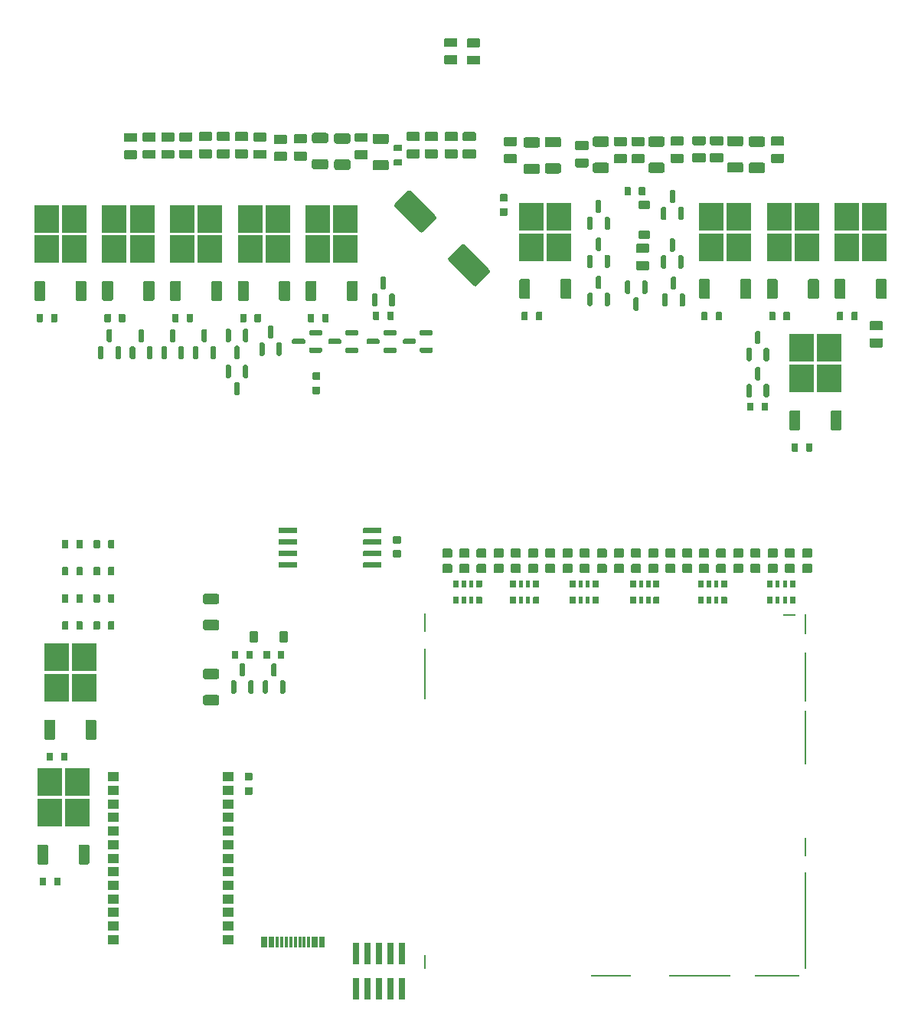
<source format=gtp>
G04 #@! TF.GenerationSoftware,KiCad,Pcbnew,7.0.1-115-g2ece2719d0*
G04 #@! TF.CreationDate,2023-05-12T01:35:33+03:00*
G04 #@! TF.ProjectId,alphax_4ch,616c7068-6178-45f3-9463-682e6b696361,G*
G04 #@! TF.SameCoordinates,PX141f5e0PYa2cace0*
G04 #@! TF.FileFunction,Paste,Top*
G04 #@! TF.FilePolarity,Positive*
%FSLAX46Y46*%
G04 Gerber Fmt 4.6, Leading zero omitted, Abs format (unit mm)*
G04 Created by KiCad (PCBNEW 7.0.1-115-g2ece2719d0) date 2023-05-12 01:35:33*
%MOMM*%
%LPD*%
G01*
G04 APERTURE LIST*
%ADD10R,2.750000X3.050000*%
%ADD11R,0.300000X1.150000*%
%ADD12R,0.200000X2.300000*%
%ADD13R,0.200000X10.700000*%
%ADD14R,0.200000X2.100000*%
%ADD15R,0.200000X6.000000*%
%ADD16R,0.200000X5.400000*%
%ADD17R,1.400000X0.200000*%
%ADD18R,5.000000X0.200000*%
%ADD19R,6.800000X0.200000*%
%ADD20R,4.500000X0.200000*%
%ADD21R,0.200000X1.600000*%
%ADD22R,0.200000X5.700000*%
%ADD23R,0.200000X2.000000*%
%ADD24R,1.300000X1.000000*%
%ADD25R,0.740000X2.400000*%
G04 APERTURE END LIST*
G04 #@! TO.C,R8*
G36*
G01*
X77375000Y93699999D02*
X76125000Y93699999D01*
G75*
G02*
X76025000Y93799999I0J100000D01*
G01*
X76025000Y94599999D01*
G75*
G02*
X76125000Y94699999I100000J0D01*
G01*
X77375000Y94699999D01*
G75*
G02*
X77475000Y94599999I0J-100000D01*
G01*
X77475000Y93799999D01*
G75*
G02*
X77375000Y93699999I-100000J0D01*
G01*
G37*
G36*
G01*
X77375000Y95600021D02*
X76125000Y95600021D01*
G75*
G02*
X76025000Y95700021I0J100000D01*
G01*
X76025000Y96500021D01*
G75*
G02*
X76125000Y96600021I100000J0D01*
G01*
X77375000Y96600021D01*
G75*
G02*
X77475000Y96500021I0J-100000D01*
G01*
X77475000Y95700021D01*
G75*
G02*
X77375000Y95600021I-100000J0D01*
G01*
G37*
G04 #@! TD*
G04 #@! TO.C,F10*
G36*
G01*
X21740000Y34594990D02*
X21740000Y33904990D01*
G75*
G02*
X21510000Y33674990I-230000J0D01*
G01*
X20170000Y33674990D01*
G75*
G02*
X19940000Y33904990I0J230000D01*
G01*
X19940000Y34594990D01*
G75*
G02*
X20170000Y34824990I230000J0D01*
G01*
X21510000Y34824990D01*
G75*
G02*
X21740000Y34594990I0J-230000D01*
G01*
G37*
G36*
G01*
X21740000Y37495010D02*
X21740000Y36805010D01*
G75*
G02*
X21510000Y36575010I-230000J0D01*
G01*
X20170000Y36575010D01*
G75*
G02*
X19940000Y36805010I0J230000D01*
G01*
X19940000Y37495010D01*
G75*
G02*
X20170000Y37725010I230000J0D01*
G01*
X21510000Y37725010D01*
G75*
G02*
X21740000Y37495010I0J-230000D01*
G01*
G37*
G04 #@! TD*
G04 #@! TO.C,R2*
G36*
G01*
X82300000Y44965000D02*
X82300000Y45635000D01*
G75*
G02*
X82365000Y45700000I65000J0D01*
G01*
X82885000Y45700000D01*
G75*
G02*
X82950000Y45635000I0J-65000D01*
G01*
X82950000Y44965000D01*
G75*
G02*
X82885000Y44900000I-65000J0D01*
G01*
X82365000Y44900000D01*
G75*
G02*
X82300000Y44965000I0J65000D01*
G01*
G37*
G36*
G01*
X83275000Y44945000D02*
X83275000Y45655000D01*
G75*
G02*
X83320000Y45700000I45000J0D01*
G01*
X83680000Y45700000D01*
G75*
G02*
X83725000Y45655000I0J-45000D01*
G01*
X83725000Y44945000D01*
G75*
G02*
X83680000Y44900000I-45000J0D01*
G01*
X83320000Y44900000D01*
G75*
G02*
X83275000Y44945000I0J45000D01*
G01*
G37*
G36*
G01*
X84075000Y44945000D02*
X84075000Y45655000D01*
G75*
G02*
X84120000Y45700000I45000J0D01*
G01*
X84480000Y45700000D01*
G75*
G02*
X84525000Y45655000I0J-45000D01*
G01*
X84525000Y44945000D01*
G75*
G02*
X84480000Y44900000I-45000J0D01*
G01*
X84120000Y44900000D01*
G75*
G02*
X84075000Y44945000I0J45000D01*
G01*
G37*
G36*
G01*
X84850000Y44965000D02*
X84850000Y45635000D01*
G75*
G02*
X84915000Y45700000I65000J0D01*
G01*
X85435000Y45700000D01*
G75*
G02*
X85500000Y45635000I0J-65000D01*
G01*
X85500000Y44965000D01*
G75*
G02*
X85435000Y44900000I-65000J0D01*
G01*
X84915000Y44900000D01*
G75*
G02*
X84850000Y44965000I0J65000D01*
G01*
G37*
G36*
G01*
X84850000Y46765000D02*
X84850000Y47435000D01*
G75*
G02*
X84915000Y47500000I65000J0D01*
G01*
X85435000Y47500000D01*
G75*
G02*
X85500000Y47435000I0J-65000D01*
G01*
X85500000Y46765000D01*
G75*
G02*
X85435000Y46700000I-65000J0D01*
G01*
X84915000Y46700000D01*
G75*
G02*
X84850000Y46765000I0J65000D01*
G01*
G37*
G36*
G01*
X84075000Y46745000D02*
X84075000Y47455000D01*
G75*
G02*
X84120000Y47500000I45000J0D01*
G01*
X84480000Y47500000D01*
G75*
G02*
X84525000Y47455000I0J-45000D01*
G01*
X84525000Y46745000D01*
G75*
G02*
X84480000Y46700000I-45000J0D01*
G01*
X84120000Y46700000D01*
G75*
G02*
X84075000Y46745000I0J45000D01*
G01*
G37*
G36*
G01*
X83275000Y46745000D02*
X83275000Y47455000D01*
G75*
G02*
X83320000Y47500000I45000J0D01*
G01*
X83680000Y47500000D01*
G75*
G02*
X83725000Y47455000I0J-45000D01*
G01*
X83725000Y46745000D01*
G75*
G02*
X83680000Y46700000I-45000J0D01*
G01*
X83320000Y46700000D01*
G75*
G02*
X83275000Y46745000I0J45000D01*
G01*
G37*
G36*
G01*
X82300000Y46765000D02*
X82300000Y47435000D01*
G75*
G02*
X82365000Y47500000I65000J0D01*
G01*
X82885000Y47500000D01*
G75*
G02*
X82950000Y47435000I0J-65000D01*
G01*
X82950000Y46765000D01*
G75*
G02*
X82885000Y46700000I-65000J0D01*
G01*
X82365000Y46700000D01*
G75*
G02*
X82300000Y46765000I0J65000D01*
G01*
G37*
G04 #@! TD*
G04 #@! TO.C,D36*
G36*
G01*
X51199998Y48300001D02*
X50299998Y48300001D01*
G75*
G02*
X50199998Y48400001I0J100000D01*
G01*
X50199998Y49200001D01*
G75*
G02*
X50299998Y49300001I100000J0D01*
G01*
X51199998Y49300001D01*
G75*
G02*
X51299998Y49200001I0J-100000D01*
G01*
X51299998Y48400001D01*
G75*
G02*
X51199998Y48300001I-100000J0D01*
G01*
G37*
G36*
G01*
X51199998Y50000001D02*
X50299998Y50000001D01*
G75*
G02*
X50199998Y50100001I0J100000D01*
G01*
X50199998Y50900001D01*
G75*
G02*
X50299998Y51000001I100000J0D01*
G01*
X51199998Y51000001D01*
G75*
G02*
X51299998Y50900001I0J-100000D01*
G01*
X51299998Y50100001D01*
G75*
G02*
X51199998Y50000001I-100000J0D01*
G01*
G37*
G04 #@! TD*
G04 #@! TO.C,R1105*
G36*
G01*
X31550000Y76110000D02*
X31550000Y76890000D01*
G75*
G02*
X31620000Y76960000I70000J0D01*
G01*
X32180000Y76960000D01*
G75*
G02*
X32250000Y76890000I0J-70000D01*
G01*
X32250000Y76110000D01*
G75*
G02*
X32180000Y76040000I-70000J0D01*
G01*
X31620000Y76040000D01*
G75*
G02*
X31550000Y76110000I0J70000D01*
G01*
G37*
G36*
G01*
X33150000Y76110000D02*
X33150000Y76890000D01*
G75*
G02*
X33220000Y76960000I70000J0D01*
G01*
X33780000Y76960000D01*
G75*
G02*
X33850000Y76890000I0J-70000D01*
G01*
X33850000Y76110000D01*
G75*
G02*
X33780000Y76040000I-70000J0D01*
G01*
X33220000Y76040000D01*
G75*
G02*
X33150000Y76110000I0J70000D01*
G01*
G37*
G04 #@! TD*
G04 #@! TO.C,R93*
G36*
G01*
X4350000Y42110000D02*
X4350000Y42890000D01*
G75*
G02*
X4420000Y42960000I70000J0D01*
G01*
X4980000Y42960000D01*
G75*
G02*
X5050000Y42890000I0J-70000D01*
G01*
X5050000Y42110000D01*
G75*
G02*
X4980000Y42040000I-70000J0D01*
G01*
X4420000Y42040000D01*
G75*
G02*
X4350000Y42110000I0J70000D01*
G01*
G37*
G36*
G01*
X5950000Y42110000D02*
X5950000Y42890000D01*
G75*
G02*
X6020000Y42960000I70000J0D01*
G01*
X6580000Y42960000D01*
G75*
G02*
X6650000Y42890000I0J-70000D01*
G01*
X6650000Y42110000D01*
G75*
G02*
X6580000Y42040000I-70000J0D01*
G01*
X6020000Y42040000D01*
G75*
G02*
X5950000Y42110000I0J70000D01*
G01*
G37*
G04 #@! TD*
G04 #@! TO.C,D34*
G36*
G01*
X47399998Y48300001D02*
X46499998Y48300001D01*
G75*
G02*
X46399998Y48400001I0J100000D01*
G01*
X46399998Y49200001D01*
G75*
G02*
X46499998Y49300001I100000J0D01*
G01*
X47399998Y49300001D01*
G75*
G02*
X47499998Y49200001I0J-100000D01*
G01*
X47499998Y48400001D01*
G75*
G02*
X47399998Y48300001I-100000J0D01*
G01*
G37*
G36*
G01*
X47399998Y50000001D02*
X46499998Y50000001D01*
G75*
G02*
X46399998Y50100001I0J100000D01*
G01*
X46399998Y50900001D01*
G75*
G02*
X46499998Y51000001I100000J0D01*
G01*
X47399998Y51000001D01*
G75*
G02*
X47499998Y50900001I0J-100000D01*
G01*
X47499998Y50100001D01*
G75*
G02*
X47399998Y50000001I-100000J0D01*
G01*
G37*
G04 #@! TD*
G04 #@! TO.C,R59*
G36*
G01*
X44575000Y97050001D02*
X45825000Y97050001D01*
G75*
G02*
X45925000Y96950001I0J-100000D01*
G01*
X45925000Y96150001D01*
G75*
G02*
X45825000Y96050001I-100000J0D01*
G01*
X44575000Y96050001D01*
G75*
G02*
X44475000Y96150001I0J100000D01*
G01*
X44475000Y96950001D01*
G75*
G02*
X44575000Y97050001I100000J0D01*
G01*
G37*
G36*
G01*
X44575000Y95149979D02*
X45825000Y95149979D01*
G75*
G02*
X45925000Y95049979I0J-100000D01*
G01*
X45925000Y94249979D01*
G75*
G02*
X45825000Y94149979I-100000J0D01*
G01*
X44575000Y94149979D01*
G75*
G02*
X44475000Y94249979I0J100000D01*
G01*
X44475000Y95049979D01*
G75*
G02*
X44575000Y95149979I100000J0D01*
G01*
G37*
G04 #@! TD*
G04 #@! TO.C,R9*
G36*
G01*
X75425000Y93699999D02*
X74175000Y93699999D01*
G75*
G02*
X74075000Y93799999I0J100000D01*
G01*
X74075000Y94599999D01*
G75*
G02*
X74175000Y94699999I100000J0D01*
G01*
X75425000Y94699999D01*
G75*
G02*
X75525000Y94599999I0J-100000D01*
G01*
X75525000Y93799999D01*
G75*
G02*
X75425000Y93699999I-100000J0D01*
G01*
G37*
G36*
G01*
X75425000Y95600021D02*
X74175000Y95600021D01*
G75*
G02*
X74075000Y95700021I0J100000D01*
G01*
X74075000Y96500021D01*
G75*
G02*
X74175000Y96600021I100000J0D01*
G01*
X75425000Y96600021D01*
G75*
G02*
X75525000Y96500021I0J-100000D01*
G01*
X75525000Y95700021D01*
G75*
G02*
X75425000Y95600021I-100000J0D01*
G01*
G37*
G04 #@! TD*
G04 #@! TO.C,R68*
G36*
G01*
X24825000Y94149999D02*
X23575000Y94149999D01*
G75*
G02*
X23475000Y94249999I0J100000D01*
G01*
X23475000Y95049999D01*
G75*
G02*
X23575000Y95149999I100000J0D01*
G01*
X24825000Y95149999D01*
G75*
G02*
X24925000Y95049999I0J-100000D01*
G01*
X24925000Y94249999D01*
G75*
G02*
X24825000Y94149999I-100000J0D01*
G01*
G37*
G36*
G01*
X24825000Y96050021D02*
X23575000Y96050021D01*
G75*
G02*
X23475000Y96150021I0J100000D01*
G01*
X23475000Y96950021D01*
G75*
G02*
X23575000Y97050021I100000J0D01*
G01*
X24825000Y97050021D01*
G75*
G02*
X24925000Y96950021I0J-100000D01*
G01*
X24925000Y96150021D01*
G75*
G02*
X24825000Y96050021I-100000J0D01*
G01*
G37*
G04 #@! TD*
D10*
G04 #@! TO.C,Q47*
X25155000Y84125000D03*
X28205000Y84125000D03*
X25155000Y87475000D03*
X28205000Y87475000D03*
G36*
G01*
X24880000Y78400000D02*
X23920000Y78400000D01*
G75*
G02*
X23800000Y78520000I0J120000D01*
G01*
X23800000Y80480000D01*
G75*
G02*
X23920000Y80600000I120000J0D01*
G01*
X24880000Y80600000D01*
G75*
G02*
X25000000Y80480000I0J-120000D01*
G01*
X25000000Y78520000D01*
G75*
G02*
X24880000Y78400000I-120000J0D01*
G01*
G37*
G36*
G01*
X29440000Y78400000D02*
X28480000Y78400000D01*
G75*
G02*
X28360000Y78520000I0J120000D01*
G01*
X28360000Y80480000D01*
G75*
G02*
X28480000Y80600000I120000J0D01*
G01*
X29440000Y80600000D01*
G75*
G02*
X29560000Y80480000I0J-120000D01*
G01*
X29560000Y78520000D01*
G75*
G02*
X29440000Y78400000I-120000J0D01*
G01*
G37*
G04 #@! TD*
G04 #@! TO.C,F4*
G36*
G01*
X63050000Y95655010D02*
X63050000Y96345010D01*
G75*
G02*
X63280000Y96575010I230000J0D01*
G01*
X64620000Y96575010D01*
G75*
G02*
X64850000Y96345010I0J-230000D01*
G01*
X64850000Y95655010D01*
G75*
G02*
X64620000Y95425010I-230000J0D01*
G01*
X63280000Y95425010D01*
G75*
G02*
X63050000Y95655010I0J230000D01*
G01*
G37*
G36*
G01*
X63050000Y92754990D02*
X63050000Y93444990D01*
G75*
G02*
X63280000Y93674990I230000J0D01*
G01*
X64620000Y93674990D01*
G75*
G02*
X64850000Y93444990I0J-230000D01*
G01*
X64850000Y92754990D01*
G75*
G02*
X64620000Y92524990I-230000J0D01*
G01*
X63280000Y92524990D01*
G75*
G02*
X63050000Y92754990I0J230000D01*
G01*
G37*
G04 #@! TD*
G04 #@! TO.C,Q13*
G36*
G01*
X80500000Y67725000D02*
X80200000Y67725000D01*
G75*
G02*
X80050000Y67875000I0J150000D01*
G01*
X80050000Y69050000D01*
G75*
G02*
X80200000Y69200000I150000J0D01*
G01*
X80500000Y69200000D01*
G75*
G02*
X80650000Y69050000I0J-150000D01*
G01*
X80650000Y67875000D01*
G75*
G02*
X80500000Y67725000I-150000J0D01*
G01*
G37*
G36*
G01*
X81450000Y69600000D02*
X81150000Y69600000D01*
G75*
G02*
X81000000Y69750000I0J150000D01*
G01*
X81000000Y70925000D01*
G75*
G02*
X81150000Y71075000I150000J0D01*
G01*
X81450000Y71075000D01*
G75*
G02*
X81600000Y70925000I0J-150000D01*
G01*
X81600000Y69750000D01*
G75*
G02*
X81450000Y69600000I-150000J0D01*
G01*
G37*
G36*
G01*
X82400000Y67725000D02*
X82100000Y67725000D01*
G75*
G02*
X81950000Y67875000I0J150000D01*
G01*
X81950000Y69050000D01*
G75*
G02*
X82100000Y69200000I150000J0D01*
G01*
X82400000Y69200000D01*
G75*
G02*
X82550000Y69050000I0J-150000D01*
G01*
X82550000Y67875000D01*
G75*
G02*
X82400000Y67725000I-150000J0D01*
G01*
G37*
G04 #@! TD*
G04 #@! TO.C,R91*
G36*
G01*
X95025000Y73249999D02*
X93775000Y73249999D01*
G75*
G02*
X93675000Y73349999I0J100000D01*
G01*
X93675000Y74149999D01*
G75*
G02*
X93775000Y74249999I100000J0D01*
G01*
X95025000Y74249999D01*
G75*
G02*
X95125000Y74149999I0J-100000D01*
G01*
X95125000Y73349999D01*
G75*
G02*
X95025000Y73249999I-100000J0D01*
G01*
G37*
G36*
G01*
X95025000Y75150021D02*
X93775000Y75150021D01*
G75*
G02*
X93675000Y75250021I0J100000D01*
G01*
X93675000Y76050021D01*
G75*
G02*
X93775000Y76150021I100000J0D01*
G01*
X95025000Y76150021D01*
G75*
G02*
X95125000Y76050021I0J-100000D01*
G01*
X95125000Y75250021D01*
G75*
G02*
X95025000Y75150021I-100000J0D01*
G01*
G37*
G04 #@! TD*
G04 #@! TO.C,R98*
G36*
G01*
X75050000Y76310000D02*
X75050000Y77090000D01*
G75*
G02*
X75120000Y77160000I70000J0D01*
G01*
X75680000Y77160000D01*
G75*
G02*
X75750000Y77090000I0J-70000D01*
G01*
X75750000Y76310000D01*
G75*
G02*
X75680000Y76240000I-70000J0D01*
G01*
X75120000Y76240000D01*
G75*
G02*
X75050000Y76310000I0J70000D01*
G01*
G37*
G36*
G01*
X76650000Y76310000D02*
X76650000Y77090000D01*
G75*
G02*
X76720000Y77160000I70000J0D01*
G01*
X77280000Y77160000D01*
G75*
G02*
X77350000Y77090000I0J-70000D01*
G01*
X77350000Y76310000D01*
G75*
G02*
X77280000Y76240000I-70000J0D01*
G01*
X76720000Y76240000D01*
G75*
G02*
X76650000Y76310000I0J70000D01*
G01*
G37*
G04 #@! TD*
G04 #@! TO.C,Q49*
G36*
G01*
X45375000Y73100000D02*
X45375000Y72800000D01*
G75*
G02*
X45225000Y72650000I-150000J0D01*
G01*
X44050000Y72650000D01*
G75*
G02*
X43900000Y72800000I0J150000D01*
G01*
X43900000Y73100000D01*
G75*
G02*
X44050000Y73250000I150000J0D01*
G01*
X45225000Y73250000D01*
G75*
G02*
X45375000Y73100000I0J-150000D01*
G01*
G37*
G36*
G01*
X43500000Y74050000D02*
X43500000Y73750000D01*
G75*
G02*
X43350000Y73600000I-150000J0D01*
G01*
X42175000Y73600000D01*
G75*
G02*
X42025000Y73750000I0J150000D01*
G01*
X42025000Y74050000D01*
G75*
G02*
X42175000Y74200000I150000J0D01*
G01*
X43350000Y74200000D01*
G75*
G02*
X43500000Y74050000I0J-150000D01*
G01*
G37*
G36*
G01*
X45375000Y75000000D02*
X45375000Y74700000D01*
G75*
G02*
X45225000Y74550000I-150000J0D01*
G01*
X44050000Y74550000D01*
G75*
G02*
X43900000Y74700000I0J150000D01*
G01*
X43900000Y75000000D01*
G75*
G02*
X44050000Y75150000I150000J0D01*
G01*
X45225000Y75150000D01*
G75*
G02*
X45375000Y75000000I0J-150000D01*
G01*
G37*
G04 #@! TD*
G04 #@! TO.C,D15*
G36*
G01*
X66399998Y48300001D02*
X65499998Y48300001D01*
G75*
G02*
X65399998Y48400001I0J100000D01*
G01*
X65399998Y49200001D01*
G75*
G02*
X65499998Y49300001I100000J0D01*
G01*
X66399998Y49300001D01*
G75*
G02*
X66499998Y49200001I0J-100000D01*
G01*
X66499998Y48400001D01*
G75*
G02*
X66399998Y48300001I-100000J0D01*
G01*
G37*
G36*
G01*
X66399998Y50000001D02*
X65499998Y50000001D01*
G75*
G02*
X65399998Y50100001I0J100000D01*
G01*
X65399998Y50900001D01*
G75*
G02*
X65499998Y51000001I100000J0D01*
G01*
X66399998Y51000001D01*
G75*
G02*
X66499998Y50900001I0J-100000D01*
G01*
X66499998Y50100001D01*
G75*
G02*
X66399998Y50000001I-100000J0D01*
G01*
G37*
G04 #@! TD*
G04 #@! TO.C,C4*
G36*
G01*
X52860000Y90215001D02*
X53540000Y90215001D01*
G75*
G02*
X53625000Y90130001I0J-85000D01*
G01*
X53625000Y89450001D01*
G75*
G02*
X53540000Y89365001I-85000J0D01*
G01*
X52860000Y89365001D01*
G75*
G02*
X52775000Y89450001I0J85000D01*
G01*
X52775000Y90130001D01*
G75*
G02*
X52860000Y90215001I85000J0D01*
G01*
G37*
G36*
G01*
X52860000Y88634999D02*
X53540000Y88634999D01*
G75*
G02*
X53625000Y88549999I0J-85000D01*
G01*
X53625000Y87869999D01*
G75*
G02*
X53540000Y87784999I-85000J0D01*
G01*
X52860000Y87784999D01*
G75*
G02*
X52775000Y87869999I0J85000D01*
G01*
X52775000Y88549999D01*
G75*
G02*
X52860000Y88634999I85000J0D01*
G01*
G37*
G04 #@! TD*
G04 #@! TO.C,R1102*
G36*
G01*
X90050000Y76310000D02*
X90050000Y77090000D01*
G75*
G02*
X90120000Y77160000I70000J0D01*
G01*
X90680000Y77160000D01*
G75*
G02*
X90750000Y77090000I0J-70000D01*
G01*
X90750000Y76310000D01*
G75*
G02*
X90680000Y76240000I-70000J0D01*
G01*
X90120000Y76240000D01*
G75*
G02*
X90050000Y76310000I0J70000D01*
G01*
G37*
G36*
G01*
X91650000Y76310000D02*
X91650000Y77090000D01*
G75*
G02*
X91720000Y77160000I70000J0D01*
G01*
X92280000Y77160000D01*
G75*
G02*
X92350000Y77090000I0J-70000D01*
G01*
X92350000Y76310000D01*
G75*
G02*
X92280000Y76240000I-70000J0D01*
G01*
X91720000Y76240000D01*
G75*
G02*
X91650000Y76310000I0J70000D01*
G01*
G37*
G04 #@! TD*
G04 #@! TO.C,Q48*
X56275000Y84325000D03*
X59325000Y84325000D03*
X56275000Y87675000D03*
X59325000Y87675000D03*
G36*
G01*
X56000000Y78600000D02*
X55040000Y78600000D01*
G75*
G02*
X54920000Y78720000I0J120000D01*
G01*
X54920000Y80680000D01*
G75*
G02*
X55040000Y80800000I120000J0D01*
G01*
X56000000Y80800000D01*
G75*
G02*
X56120000Y80680000I0J-120000D01*
G01*
X56120000Y78720000D01*
G75*
G02*
X56000000Y78600000I-120000J0D01*
G01*
G37*
G36*
G01*
X60560000Y78600000D02*
X59600000Y78600000D01*
G75*
G02*
X59480000Y78720000I0J120000D01*
G01*
X59480000Y80680000D01*
G75*
G02*
X59600000Y80800000I120000J0D01*
G01*
X60560000Y80800000D01*
G75*
G02*
X60680000Y80680000I0J-120000D01*
G01*
X60680000Y78720000D01*
G75*
G02*
X60560000Y78600000I-120000J0D01*
G01*
G37*
G04 #@! TD*
G04 #@! TO.C,R50*
G36*
G01*
X60500000Y44965000D02*
X60500000Y45635000D01*
G75*
G02*
X60565000Y45700000I65000J0D01*
G01*
X61085000Y45700000D01*
G75*
G02*
X61150000Y45635000I0J-65000D01*
G01*
X61150000Y44965000D01*
G75*
G02*
X61085000Y44900000I-65000J0D01*
G01*
X60565000Y44900000D01*
G75*
G02*
X60500000Y44965000I0J65000D01*
G01*
G37*
G36*
G01*
X61475000Y44945000D02*
X61475000Y45655000D01*
G75*
G02*
X61520000Y45700000I45000J0D01*
G01*
X61880000Y45700000D01*
G75*
G02*
X61925000Y45655000I0J-45000D01*
G01*
X61925000Y44945000D01*
G75*
G02*
X61880000Y44900000I-45000J0D01*
G01*
X61520000Y44900000D01*
G75*
G02*
X61475000Y44945000I0J45000D01*
G01*
G37*
G36*
G01*
X62275000Y44945000D02*
X62275000Y45655000D01*
G75*
G02*
X62320000Y45700000I45000J0D01*
G01*
X62680000Y45700000D01*
G75*
G02*
X62725000Y45655000I0J-45000D01*
G01*
X62725000Y44945000D01*
G75*
G02*
X62680000Y44900000I-45000J0D01*
G01*
X62320000Y44900000D01*
G75*
G02*
X62275000Y44945000I0J45000D01*
G01*
G37*
G36*
G01*
X63050000Y44965000D02*
X63050000Y45635000D01*
G75*
G02*
X63115000Y45700000I65000J0D01*
G01*
X63635000Y45700000D01*
G75*
G02*
X63700000Y45635000I0J-65000D01*
G01*
X63700000Y44965000D01*
G75*
G02*
X63635000Y44900000I-65000J0D01*
G01*
X63115000Y44900000D01*
G75*
G02*
X63050000Y44965000I0J65000D01*
G01*
G37*
G36*
G01*
X63050000Y46765000D02*
X63050000Y47435000D01*
G75*
G02*
X63115000Y47500000I65000J0D01*
G01*
X63635000Y47500000D01*
G75*
G02*
X63700000Y47435000I0J-65000D01*
G01*
X63700000Y46765000D01*
G75*
G02*
X63635000Y46700000I-65000J0D01*
G01*
X63115000Y46700000D01*
G75*
G02*
X63050000Y46765000I0J65000D01*
G01*
G37*
G36*
G01*
X62275000Y46745000D02*
X62275000Y47455000D01*
G75*
G02*
X62320000Y47500000I45000J0D01*
G01*
X62680000Y47500000D01*
G75*
G02*
X62725000Y47455000I0J-45000D01*
G01*
X62725000Y46745000D01*
G75*
G02*
X62680000Y46700000I-45000J0D01*
G01*
X62320000Y46700000D01*
G75*
G02*
X62275000Y46745000I0J45000D01*
G01*
G37*
G36*
G01*
X61475000Y46745000D02*
X61475000Y47455000D01*
G75*
G02*
X61520000Y47500000I45000J0D01*
G01*
X61880000Y47500000D01*
G75*
G02*
X61925000Y47455000I0J-45000D01*
G01*
X61925000Y46745000D01*
G75*
G02*
X61880000Y46700000I-45000J0D01*
G01*
X61520000Y46700000D01*
G75*
G02*
X61475000Y46745000I0J45000D01*
G01*
G37*
G36*
G01*
X60500000Y46765000D02*
X60500000Y47435000D01*
G75*
G02*
X60565000Y47500000I65000J0D01*
G01*
X61085000Y47500000D01*
G75*
G02*
X61150000Y47435000I0J-65000D01*
G01*
X61150000Y46765000D01*
G75*
G02*
X61085000Y46700000I-65000J0D01*
G01*
X60565000Y46700000D01*
G75*
G02*
X60500000Y46765000I0J65000D01*
G01*
G37*
G04 #@! TD*
G04 #@! TO.C,D28*
G36*
G01*
X26609999Y72325000D02*
X26309999Y72325000D01*
G75*
G02*
X26159999Y72475000I0J150000D01*
G01*
X26159999Y73650000D01*
G75*
G02*
X26309999Y73800000I150000J0D01*
G01*
X26609999Y73800000D01*
G75*
G02*
X26759999Y73650000I0J-150000D01*
G01*
X26759999Y72475000D01*
G75*
G02*
X26609999Y72325000I-150000J0D01*
G01*
G37*
G36*
G01*
X27559999Y74200000D02*
X27259999Y74200000D01*
G75*
G02*
X27109999Y74350000I0J150000D01*
G01*
X27109999Y75525000D01*
G75*
G02*
X27259999Y75675000I150000J0D01*
G01*
X27559999Y75675000D01*
G75*
G02*
X27709999Y75525000I0J-150000D01*
G01*
X27709999Y74350000D01*
G75*
G02*
X27559999Y74200000I-150000J0D01*
G01*
G37*
G36*
G01*
X28509999Y72325000D02*
X28209999Y72325000D01*
G75*
G02*
X28059999Y72475000I0J150000D01*
G01*
X28059999Y73650000D01*
G75*
G02*
X28209999Y73800000I150000J0D01*
G01*
X28509999Y73800000D01*
G75*
G02*
X28659999Y73650000I0J-150000D01*
G01*
X28659999Y72475000D01*
G75*
G02*
X28509999Y72325000I-150000J0D01*
G01*
G37*
G04 #@! TD*
G04 #@! TO.C,D12*
G36*
G01*
X73950000Y48300000D02*
X73050000Y48300000D01*
G75*
G02*
X72950000Y48400000I0J100000D01*
G01*
X72950000Y49200000D01*
G75*
G02*
X73050000Y49300000I100000J0D01*
G01*
X73950000Y49300000D01*
G75*
G02*
X74050000Y49200000I0J-100000D01*
G01*
X74050000Y48400000D01*
G75*
G02*
X73950000Y48300000I-100000J0D01*
G01*
G37*
G36*
G01*
X73950000Y50000000D02*
X73050000Y50000000D01*
G75*
G02*
X72950000Y50100000I0J100000D01*
G01*
X72950000Y50900000D01*
G75*
G02*
X73050000Y51000000I100000J0D01*
G01*
X73950000Y51000000D01*
G75*
G02*
X74050000Y50900000I0J-100000D01*
G01*
X74050000Y50100000D01*
G75*
G02*
X73950000Y50000000I-100000J0D01*
G01*
G37*
G04 #@! TD*
G04 #@! TO.C,D11*
G36*
G01*
X75799998Y48300001D02*
X74899998Y48300001D01*
G75*
G02*
X74799998Y48400001I0J100000D01*
G01*
X74799998Y49200001D01*
G75*
G02*
X74899998Y49300001I100000J0D01*
G01*
X75799998Y49300001D01*
G75*
G02*
X75899998Y49200001I0J-100000D01*
G01*
X75899998Y48400001D01*
G75*
G02*
X75799998Y48300001I-100000J0D01*
G01*
G37*
G36*
G01*
X75799998Y50000001D02*
X74899998Y50000001D01*
G75*
G02*
X74799998Y50100001I0J100000D01*
G01*
X74799998Y50900001D01*
G75*
G02*
X74899998Y51000001I100000J0D01*
G01*
X75799998Y51000001D01*
G75*
G02*
X75899998Y50900001I0J-100000D01*
G01*
X75899998Y50100001D01*
G75*
G02*
X75799998Y50000001I-100000J0D01*
G01*
G37*
G04 #@! TD*
G04 #@! TO.C,R1108*
G36*
G01*
X24050000Y76110000D02*
X24050000Y76890000D01*
G75*
G02*
X24120000Y76960000I70000J0D01*
G01*
X24680000Y76960000D01*
G75*
G02*
X24750000Y76890000I0J-70000D01*
G01*
X24750000Y76110000D01*
G75*
G02*
X24680000Y76040000I-70000J0D01*
G01*
X24120000Y76040000D01*
G75*
G02*
X24050000Y76110000I0J70000D01*
G01*
G37*
G36*
G01*
X25650000Y76110000D02*
X25650000Y76890000D01*
G75*
G02*
X25720000Y76960000I70000J0D01*
G01*
X26280000Y76960000D01*
G75*
G02*
X26350000Y76890000I0J-70000D01*
G01*
X26350000Y76110000D01*
G75*
G02*
X26280000Y76040000I-70000J0D01*
G01*
X25720000Y76040000D01*
G75*
G02*
X25650000Y76110000I0J70000D01*
G01*
G37*
G04 #@! TD*
G04 #@! TO.C,R11*
G36*
G01*
X47975000Y104549999D02*
X46725000Y104549999D01*
G75*
G02*
X46625000Y104649999I0J100000D01*
G01*
X46625000Y105449999D01*
G75*
G02*
X46725000Y105549999I100000J0D01*
G01*
X47975000Y105549999D01*
G75*
G02*
X48075000Y105449999I0J-100000D01*
G01*
X48075000Y104649999D01*
G75*
G02*
X47975000Y104549999I-100000J0D01*
G01*
G37*
G36*
G01*
X47975000Y106450021D02*
X46725000Y106450021D01*
G75*
G02*
X46625000Y106550021I0J100000D01*
G01*
X46625000Y107350021D01*
G75*
G02*
X46725000Y107450021I100000J0D01*
G01*
X47975000Y107450021D01*
G75*
G02*
X48075000Y107350021I0J-100000D01*
G01*
X48075000Y106550021D01*
G75*
G02*
X47975000Y106450021I-100000J0D01*
G01*
G37*
G04 #@! TD*
G04 #@! TO.C,Q35*
G36*
G01*
X37137500Y73100000D02*
X37137500Y72800000D01*
G75*
G02*
X36987500Y72650000I-150000J0D01*
G01*
X35812500Y72650000D01*
G75*
G02*
X35662500Y72800000I0J150000D01*
G01*
X35662500Y73100000D01*
G75*
G02*
X35812500Y73250000I150000J0D01*
G01*
X36987500Y73250000D01*
G75*
G02*
X37137500Y73100000I0J-150000D01*
G01*
G37*
G36*
G01*
X35262500Y74050000D02*
X35262500Y73750000D01*
G75*
G02*
X35112500Y73600000I-150000J0D01*
G01*
X33937500Y73600000D01*
G75*
G02*
X33787500Y73750000I0J150000D01*
G01*
X33787500Y74050000D01*
G75*
G02*
X33937500Y74200000I150000J0D01*
G01*
X35112500Y74200000D01*
G75*
G02*
X35262500Y74050000I0J-150000D01*
G01*
G37*
G36*
G01*
X37137500Y75000000D02*
X37137500Y74700000D01*
G75*
G02*
X36987500Y74550000I-150000J0D01*
G01*
X35812500Y74550000D01*
G75*
G02*
X35662500Y74700000I0J150000D01*
G01*
X35662500Y75000000D01*
G75*
G02*
X35812500Y75150000I150000J0D01*
G01*
X36987500Y75150000D01*
G75*
G02*
X37137500Y75000000I0J-150000D01*
G01*
G37*
G04 #@! TD*
G04 #@! TO.C,R60*
G36*
G01*
X43825000Y94149999D02*
X42575000Y94149999D01*
G75*
G02*
X42475000Y94249999I0J100000D01*
G01*
X42475000Y95049999D01*
G75*
G02*
X42575000Y95149999I100000J0D01*
G01*
X43825000Y95149999D01*
G75*
G02*
X43925000Y95049999I0J-100000D01*
G01*
X43925000Y94249999D01*
G75*
G02*
X43825000Y94149999I-100000J0D01*
G01*
G37*
G36*
G01*
X43825000Y96050021D02*
X42575000Y96050021D01*
G75*
G02*
X42475000Y96150021I0J100000D01*
G01*
X42475000Y96950021D01*
G75*
G02*
X42575000Y97050021I100000J0D01*
G01*
X43825000Y97050021D01*
G75*
G02*
X43925000Y96950021I0J-100000D01*
G01*
X43925000Y96150021D01*
G75*
G02*
X43825000Y96050021I-100000J0D01*
G01*
G37*
G04 #@! TD*
D11*
G04 #@! TO.C,J1*
X26550000Y7485000D03*
X27350000Y7485000D03*
X28650000Y7485000D03*
X29650000Y7485000D03*
X30150000Y7485000D03*
X31150000Y7485000D03*
X32450000Y7485000D03*
X33250000Y7485000D03*
X32950000Y7485000D03*
X32150000Y7485000D03*
X31650000Y7485000D03*
X30650000Y7485000D03*
X29150000Y7485000D03*
X28150000Y7485000D03*
X27650000Y7485000D03*
X26850000Y7485000D03*
G04 #@! TD*
G04 #@! TO.C,R1113*
G36*
G01*
X38750000Y76347500D02*
X38750000Y77127500D01*
G75*
G02*
X38820000Y77197500I70000J0D01*
G01*
X39380000Y77197500D01*
G75*
G02*
X39450000Y77127500I0J-70000D01*
G01*
X39450000Y76347500D01*
G75*
G02*
X39380000Y76277500I-70000J0D01*
G01*
X38820000Y76277500D01*
G75*
G02*
X38750000Y76347500I0J70000D01*
G01*
G37*
G36*
G01*
X40350000Y76347500D02*
X40350000Y77127500D01*
G75*
G02*
X40420000Y77197500I70000J0D01*
G01*
X40980000Y77197500D01*
G75*
G02*
X41050000Y77127500I0J-70000D01*
G01*
X41050000Y76347500D01*
G75*
G02*
X40980000Y76277500I-70000J0D01*
G01*
X40420000Y76277500D01*
G75*
G02*
X40350000Y76347500I0J70000D01*
G01*
G37*
G04 #@! TD*
D10*
G04 #@! TO.C,Q45*
X2975000Y21825000D03*
X6025000Y21825000D03*
X2975000Y25175000D03*
X6025000Y25175000D03*
G36*
G01*
X2700000Y16100000D02*
X1740000Y16100000D01*
G75*
G02*
X1620000Y16220000I0J120000D01*
G01*
X1620000Y18180000D01*
G75*
G02*
X1740000Y18300000I120000J0D01*
G01*
X2700000Y18300000D01*
G75*
G02*
X2820000Y18180000I0J-120000D01*
G01*
X2820000Y16220000D01*
G75*
G02*
X2700000Y16100000I-120000J0D01*
G01*
G37*
G36*
G01*
X7260000Y16100000D02*
X6300000Y16100000D01*
G75*
G02*
X6180000Y16220000I0J120000D01*
G01*
X6180000Y18180000D01*
G75*
G02*
X6300000Y18300000I120000J0D01*
G01*
X7260000Y18300000D01*
G75*
G02*
X7380000Y18180000I0J-120000D01*
G01*
X7380000Y16220000D01*
G75*
G02*
X7260000Y16100000I-120000J0D01*
G01*
G37*
G04 #@! TD*
G04 #@! TO.C,Q8*
G36*
G01*
X15800000Y71925000D02*
X15500000Y71925000D01*
G75*
G02*
X15350000Y72075000I0J150000D01*
G01*
X15350000Y73250000D01*
G75*
G02*
X15500000Y73400000I150000J0D01*
G01*
X15800000Y73400000D01*
G75*
G02*
X15950000Y73250000I0J-150000D01*
G01*
X15950000Y72075000D01*
G75*
G02*
X15800000Y71925000I-150000J0D01*
G01*
G37*
G36*
G01*
X16750000Y73800000D02*
X16450000Y73800000D01*
G75*
G02*
X16300000Y73950000I0J150000D01*
G01*
X16300000Y75125000D01*
G75*
G02*
X16450000Y75275000I150000J0D01*
G01*
X16750000Y75275000D01*
G75*
G02*
X16900000Y75125000I0J-150000D01*
G01*
X16900000Y73950000D01*
G75*
G02*
X16750000Y73800000I-150000J0D01*
G01*
G37*
G36*
G01*
X17700000Y71925000D02*
X17400000Y71925000D01*
G75*
G02*
X17250000Y72075000I0J150000D01*
G01*
X17250000Y73250000D01*
G75*
G02*
X17400000Y73400000I150000J0D01*
G01*
X17700000Y73400000D01*
G75*
G02*
X17850000Y73250000I0J-150000D01*
G01*
X17850000Y72075000D01*
G75*
G02*
X17700000Y71925000I-150000J0D01*
G01*
G37*
G04 #@! TD*
G04 #@! TO.C,Q4*
G36*
G01*
X27000000Y34982581D02*
X26700000Y34982581D01*
G75*
G02*
X26550000Y35132581I0J150000D01*
G01*
X26550000Y36307581D01*
G75*
G02*
X26700000Y36457581I150000J0D01*
G01*
X27000000Y36457581D01*
G75*
G02*
X27150000Y36307581I0J-150000D01*
G01*
X27150000Y35132581D01*
G75*
G02*
X27000000Y34982581I-150000J0D01*
G01*
G37*
G36*
G01*
X27950000Y36857581D02*
X27650000Y36857581D01*
G75*
G02*
X27500000Y37007581I0J150000D01*
G01*
X27500000Y38182581D01*
G75*
G02*
X27650000Y38332581I150000J0D01*
G01*
X27950000Y38332581D01*
G75*
G02*
X28100000Y38182581I0J-150000D01*
G01*
X28100000Y37007581D01*
G75*
G02*
X27950000Y36857581I-150000J0D01*
G01*
G37*
G36*
G01*
X28900000Y34982581D02*
X28600000Y34982581D01*
G75*
G02*
X28450000Y35132581I0J150000D01*
G01*
X28450000Y36307581D01*
G75*
G02*
X28600000Y36457581I150000J0D01*
G01*
X28900000Y36457581D01*
G75*
G02*
X29050000Y36307581I0J-150000D01*
G01*
X29050000Y35132581D01*
G75*
G02*
X28900000Y34982581I-150000J0D01*
G01*
G37*
G04 #@! TD*
G04 #@! TO.C,R30*
G36*
G01*
X80150000Y66310000D02*
X80150000Y67090000D01*
G75*
G02*
X80220000Y67160000I70000J0D01*
G01*
X80780000Y67160000D01*
G75*
G02*
X80850000Y67090000I0J-70000D01*
G01*
X80850000Y66310000D01*
G75*
G02*
X80780000Y66240000I-70000J0D01*
G01*
X80220000Y66240000D01*
G75*
G02*
X80150000Y66310000I0J70000D01*
G01*
G37*
G36*
G01*
X81750000Y66310000D02*
X81750000Y67090000D01*
G75*
G02*
X81820000Y67160000I70000J0D01*
G01*
X82380000Y67160000D01*
G75*
G02*
X82450000Y67090000I0J-70000D01*
G01*
X82450000Y66310000D01*
G75*
G02*
X82380000Y66240000I-70000J0D01*
G01*
X81820000Y66240000D01*
G75*
G02*
X81750000Y66310000I0J70000D01*
G01*
G37*
G04 #@! TD*
G04 #@! TO.C,R1101*
G36*
G01*
X9050000Y76110000D02*
X9050000Y76890000D01*
G75*
G02*
X9120000Y76960000I70000J0D01*
G01*
X9680000Y76960000D01*
G75*
G02*
X9750000Y76890000I0J-70000D01*
G01*
X9750000Y76110000D01*
G75*
G02*
X9680000Y76040000I-70000J0D01*
G01*
X9120000Y76040000D01*
G75*
G02*
X9050000Y76110000I0J70000D01*
G01*
G37*
G36*
G01*
X10650000Y76110000D02*
X10650000Y76890000D01*
G75*
G02*
X10720000Y76960000I70000J0D01*
G01*
X11280000Y76960000D01*
G75*
G02*
X11350000Y76890000I0J-70000D01*
G01*
X11350000Y76110000D01*
G75*
G02*
X11280000Y76040000I-70000J0D01*
G01*
X10720000Y76040000D01*
G75*
G02*
X10650000Y76110000I0J70000D01*
G01*
G37*
G04 #@! TD*
G04 #@! TO.C,Q15*
G36*
G01*
X62900000Y77825000D02*
X62600000Y77825000D01*
G75*
G02*
X62450000Y77975000I0J150000D01*
G01*
X62450000Y79150000D01*
G75*
G02*
X62600000Y79300000I150000J0D01*
G01*
X62900000Y79300000D01*
G75*
G02*
X63050000Y79150000I0J-150000D01*
G01*
X63050000Y77975000D01*
G75*
G02*
X62900000Y77825000I-150000J0D01*
G01*
G37*
G36*
G01*
X63850000Y79700000D02*
X63550000Y79700000D01*
G75*
G02*
X63400000Y79850000I0J150000D01*
G01*
X63400000Y81025000D01*
G75*
G02*
X63550000Y81175000I150000J0D01*
G01*
X63850000Y81175000D01*
G75*
G02*
X64000000Y81025000I0J-150000D01*
G01*
X64000000Y79850000D01*
G75*
G02*
X63850000Y79700000I-150000J0D01*
G01*
G37*
G36*
G01*
X64800000Y77825000D02*
X64500000Y77825000D01*
G75*
G02*
X64350000Y77975000I0J150000D01*
G01*
X64350000Y79150000D01*
G75*
G02*
X64500000Y79300000I150000J0D01*
G01*
X64800000Y79300000D01*
G75*
G02*
X64950000Y79150000I0J-150000D01*
G01*
X64950000Y77975000D01*
G75*
G02*
X64800000Y77825000I-150000J0D01*
G01*
G37*
G04 #@! TD*
G04 #@! TO.C,R17*
G36*
G01*
X68675000Y93599999D02*
X67425000Y93599999D01*
G75*
G02*
X67325000Y93699999I0J100000D01*
G01*
X67325000Y94499999D01*
G75*
G02*
X67425000Y94599999I100000J0D01*
G01*
X68675000Y94599999D01*
G75*
G02*
X68775000Y94499999I0J-100000D01*
G01*
X68775000Y93699999D01*
G75*
G02*
X68675000Y93599999I-100000J0D01*
G01*
G37*
G36*
G01*
X68675000Y95500021D02*
X67425000Y95500021D01*
G75*
G02*
X67325000Y95600021I0J100000D01*
G01*
X67325000Y96400021D01*
G75*
G02*
X67425000Y96500021I100000J0D01*
G01*
X68675000Y96500021D01*
G75*
G02*
X68775000Y96400021I0J-100000D01*
G01*
X68775000Y95600021D01*
G75*
G02*
X68675000Y95500021I-100000J0D01*
G01*
G37*
G04 #@! TD*
G04 #@! TO.C,D47*
G36*
G01*
X70199998Y48300001D02*
X69299998Y48300001D01*
G75*
G02*
X69199998Y48400001I0J100000D01*
G01*
X69199998Y49200001D01*
G75*
G02*
X69299998Y49300001I100000J0D01*
G01*
X70199998Y49300001D01*
G75*
G02*
X70299998Y49200001I0J-100000D01*
G01*
X70299998Y48400001D01*
G75*
G02*
X70199998Y48300001I-100000J0D01*
G01*
G37*
G36*
G01*
X70199998Y50000001D02*
X69299998Y50000001D01*
G75*
G02*
X69199998Y50100001I0J100000D01*
G01*
X69199998Y50900001D01*
G75*
G02*
X69299998Y51000001I100000J0D01*
G01*
X70199998Y51000001D01*
G75*
G02*
X70299998Y50900001I0J-100000D01*
G01*
X70299998Y50100001D01*
G75*
G02*
X70199998Y50000001I-100000J0D01*
G01*
G37*
G04 #@! TD*
G04 #@! TO.C,D39*
G36*
G01*
X53099998Y48300001D02*
X52199998Y48300001D01*
G75*
G02*
X52099998Y48400001I0J100000D01*
G01*
X52099998Y49200001D01*
G75*
G02*
X52199998Y49300001I100000J0D01*
G01*
X53099998Y49300001D01*
G75*
G02*
X53199998Y49200001I0J-100000D01*
G01*
X53199998Y48400001D01*
G75*
G02*
X53099998Y48300001I-100000J0D01*
G01*
G37*
G36*
G01*
X53099998Y50000001D02*
X52199998Y50000001D01*
G75*
G02*
X52099998Y50100001I0J100000D01*
G01*
X52099998Y50900001D01*
G75*
G02*
X52199998Y51000001I100000J0D01*
G01*
X53099998Y51000001D01*
G75*
G02*
X53199998Y50900001I0J-100000D01*
G01*
X53199998Y50100001D01*
G75*
G02*
X53099998Y50000001I-100000J0D01*
G01*
G37*
G04 #@! TD*
G04 #@! TO.C,R63*
G36*
G01*
X22825000Y94149999D02*
X21575000Y94149999D01*
G75*
G02*
X21475000Y94249999I0J100000D01*
G01*
X21475000Y95049999D01*
G75*
G02*
X21575000Y95149999I100000J0D01*
G01*
X22825000Y95149999D01*
G75*
G02*
X22925000Y95049999I0J-100000D01*
G01*
X22925000Y94249999D01*
G75*
G02*
X22825000Y94149999I-100000J0D01*
G01*
G37*
G36*
G01*
X22825000Y96050021D02*
X21575000Y96050021D01*
G75*
G02*
X21475000Y96150021I0J100000D01*
G01*
X21475000Y96950021D01*
G75*
G02*
X21575000Y97050021I100000J0D01*
G01*
X22825000Y97050021D01*
G75*
G02*
X22925000Y96950021I0J-100000D01*
G01*
X22925000Y96150021D01*
G75*
G02*
X22825000Y96050021I-100000J0D01*
G01*
G37*
G04 #@! TD*
G04 #@! TO.C,R74*
G36*
G01*
X4350000Y48110000D02*
X4350000Y48890000D01*
G75*
G02*
X4420000Y48960000I70000J0D01*
G01*
X4980000Y48960000D01*
G75*
G02*
X5050000Y48890000I0J-70000D01*
G01*
X5050000Y48110000D01*
G75*
G02*
X4980000Y48040000I-70000J0D01*
G01*
X4420000Y48040000D01*
G75*
G02*
X4350000Y48110000I0J70000D01*
G01*
G37*
G36*
G01*
X5950000Y48110000D02*
X5950000Y48890000D01*
G75*
G02*
X6020000Y48960000I70000J0D01*
G01*
X6580000Y48960000D01*
G75*
G02*
X6650000Y48890000I0J-70000D01*
G01*
X6650000Y48110000D01*
G75*
G02*
X6580000Y48040000I-70000J0D01*
G01*
X6020000Y48040000D01*
G75*
G02*
X5950000Y48110000I0J70000D01*
G01*
G37*
G04 #@! TD*
G04 #@! TO.C,D48*
G36*
G01*
X72099998Y48300001D02*
X71199998Y48300001D01*
G75*
G02*
X71099998Y48400001I0J100000D01*
G01*
X71099998Y49200001D01*
G75*
G02*
X71199998Y49300001I100000J0D01*
G01*
X72099998Y49300001D01*
G75*
G02*
X72199998Y49200001I0J-100000D01*
G01*
X72199998Y48400001D01*
G75*
G02*
X72099998Y48300001I-100000J0D01*
G01*
G37*
G36*
G01*
X72099998Y50000001D02*
X71199998Y50000001D01*
G75*
G02*
X71099998Y50100001I0J100000D01*
G01*
X71099998Y50900001D01*
G75*
G02*
X71199998Y51000001I100000J0D01*
G01*
X72099998Y51000001D01*
G75*
G02*
X72199998Y50900001I0J-100000D01*
G01*
X72199998Y50100001D01*
G75*
G02*
X72099998Y50000001I-100000J0D01*
G01*
G37*
G04 #@! TD*
G04 #@! TO.C,R16*
G36*
G01*
X72975000Y93649999D02*
X71725000Y93649999D01*
G75*
G02*
X71625000Y93749999I0J100000D01*
G01*
X71625000Y94549999D01*
G75*
G02*
X71725000Y94649999I100000J0D01*
G01*
X72975000Y94649999D01*
G75*
G02*
X73075000Y94549999I0J-100000D01*
G01*
X73075000Y93749999D01*
G75*
G02*
X72975000Y93649999I-100000J0D01*
G01*
G37*
G36*
G01*
X72975000Y95550021D02*
X71725000Y95550021D01*
G75*
G02*
X71625000Y95650021I0J100000D01*
G01*
X71625000Y96450021D01*
G75*
G02*
X71725000Y96550021I100000J0D01*
G01*
X72975000Y96550021D01*
G75*
G02*
X73075000Y96450021I0J-100000D01*
G01*
X73075000Y95650021D01*
G75*
G02*
X72975000Y95550021I-100000J0D01*
G01*
G37*
G04 #@! TD*
G04 #@! TO.C,C21*
G36*
G01*
X32160000Y70515001D02*
X32840000Y70515001D01*
G75*
G02*
X32925000Y70430001I0J-85000D01*
G01*
X32925000Y69750001D01*
G75*
G02*
X32840000Y69665001I-85000J0D01*
G01*
X32160000Y69665001D01*
G75*
G02*
X32075000Y69750001I0J85000D01*
G01*
X32075000Y70430001D01*
G75*
G02*
X32160000Y70515001I85000J0D01*
G01*
G37*
G36*
G01*
X32160000Y68934999D02*
X32840000Y68934999D01*
G75*
G02*
X32925000Y68849999I0J-85000D01*
G01*
X32925000Y68169999D01*
G75*
G02*
X32840000Y68084999I-85000J0D01*
G01*
X32160000Y68084999D01*
G75*
G02*
X32075000Y68169999I0J85000D01*
G01*
X32075000Y68849999D01*
G75*
G02*
X32160000Y68934999I85000J0D01*
G01*
G37*
G04 #@! TD*
G04 #@! TO.C,R70*
G36*
G01*
X12575000Y94049999D02*
X11325000Y94049999D01*
G75*
G02*
X11225000Y94149999I0J100000D01*
G01*
X11225000Y94949999D01*
G75*
G02*
X11325000Y95049999I100000J0D01*
G01*
X12575000Y95049999D01*
G75*
G02*
X12675000Y94949999I0J-100000D01*
G01*
X12675000Y94149999D01*
G75*
G02*
X12575000Y94049999I-100000J0D01*
G01*
G37*
G36*
G01*
X12575000Y95950021D02*
X11325000Y95950021D01*
G75*
G02*
X11225000Y96050021I0J100000D01*
G01*
X11225000Y96850021D01*
G75*
G02*
X11325000Y96950021I100000J0D01*
G01*
X12575000Y96950021D01*
G75*
G02*
X12675000Y96850021I0J-100000D01*
G01*
X12675000Y96050021D01*
G75*
G02*
X12575000Y95950021I-100000J0D01*
G01*
G37*
G04 #@! TD*
G04 #@! TO.C,D33*
G36*
G01*
X79599998Y48300001D02*
X78699998Y48300001D01*
G75*
G02*
X78599998Y48400001I0J100000D01*
G01*
X78599998Y49200001D01*
G75*
G02*
X78699998Y49300001I100000J0D01*
G01*
X79599998Y49300001D01*
G75*
G02*
X79699998Y49200001I0J-100000D01*
G01*
X79699998Y48400001D01*
G75*
G02*
X79599998Y48300001I-100000J0D01*
G01*
G37*
G36*
G01*
X79599998Y50000001D02*
X78699998Y50000001D01*
G75*
G02*
X78599998Y50100001I0J100000D01*
G01*
X78599998Y50900001D01*
G75*
G02*
X78699998Y51000001I100000J0D01*
G01*
X79599998Y51000001D01*
G75*
G02*
X79699998Y50900001I0J-100000D01*
G01*
X79699998Y50100001D01*
G75*
G02*
X79599998Y50000001I-100000J0D01*
G01*
G37*
G04 #@! TD*
G04 #@! TO.C,D9*
G36*
G01*
X60699998Y48300001D02*
X59799998Y48300001D01*
G75*
G02*
X59699998Y48400001I0J100000D01*
G01*
X59699998Y49200001D01*
G75*
G02*
X59799998Y49300001I100000J0D01*
G01*
X60699998Y49300001D01*
G75*
G02*
X60799998Y49200001I0J-100000D01*
G01*
X60799998Y48400001D01*
G75*
G02*
X60699998Y48300001I-100000J0D01*
G01*
G37*
G36*
G01*
X60699998Y50000001D02*
X59799998Y50000001D01*
G75*
G02*
X59699998Y50100001I0J100000D01*
G01*
X59699998Y50900001D01*
G75*
G02*
X59799998Y51000001I100000J0D01*
G01*
X60699998Y51000001D01*
G75*
G02*
X60799998Y50900001I0J-100000D01*
G01*
X60799998Y50100001D01*
G75*
G02*
X60699998Y50000001I-100000J0D01*
G01*
G37*
G04 #@! TD*
G04 #@! TO.C,R1104*
G36*
G01*
X1550000Y76110000D02*
X1550000Y76890000D01*
G75*
G02*
X1620000Y76960000I70000J0D01*
G01*
X2180000Y76960000D01*
G75*
G02*
X2250000Y76890000I0J-70000D01*
G01*
X2250000Y76110000D01*
G75*
G02*
X2180000Y76040000I-70000J0D01*
G01*
X1620000Y76040000D01*
G75*
G02*
X1550000Y76110000I0J70000D01*
G01*
G37*
G36*
G01*
X3150000Y76110000D02*
X3150000Y76890000D01*
G75*
G02*
X3220000Y76960000I70000J0D01*
G01*
X3780000Y76960000D01*
G75*
G02*
X3850000Y76890000I0J-70000D01*
G01*
X3850000Y76110000D01*
G75*
G02*
X3780000Y76040000I-70000J0D01*
G01*
X3220000Y76040000D01*
G75*
G02*
X3150000Y76110000I0J70000D01*
G01*
G37*
G04 #@! TD*
G04 #@! TO.C,R1103*
G36*
G01*
X85050000Y61810000D02*
X85050000Y62590000D01*
G75*
G02*
X85120000Y62660000I70000J0D01*
G01*
X85680000Y62660000D01*
G75*
G02*
X85750000Y62590000I0J-70000D01*
G01*
X85750000Y61810000D01*
G75*
G02*
X85680000Y61740000I-70000J0D01*
G01*
X85120000Y61740000D01*
G75*
G02*
X85050000Y61810000I0J70000D01*
G01*
G37*
G36*
G01*
X86650000Y61810000D02*
X86650000Y62590000D01*
G75*
G02*
X86720000Y62660000I70000J0D01*
G01*
X87280000Y62660000D01*
G75*
G02*
X87350000Y62590000I0J-70000D01*
G01*
X87350000Y61810000D01*
G75*
G02*
X87280000Y61740000I-70000J0D01*
G01*
X86720000Y61740000D01*
G75*
G02*
X86650000Y61810000I0J70000D01*
G01*
G37*
G04 #@! TD*
G04 #@! TO.C,D44*
G36*
G01*
X64499998Y48300001D02*
X63599998Y48300001D01*
G75*
G02*
X63499998Y48400001I0J100000D01*
G01*
X63499998Y49200001D01*
G75*
G02*
X63599998Y49300001I100000J0D01*
G01*
X64499998Y49300001D01*
G75*
G02*
X64599998Y49200001I0J-100000D01*
G01*
X64599998Y48400001D01*
G75*
G02*
X64499998Y48300001I-100000J0D01*
G01*
G37*
G36*
G01*
X64499998Y50000001D02*
X63599998Y50000001D01*
G75*
G02*
X63499998Y50100001I0J100000D01*
G01*
X63499998Y50900001D01*
G75*
G02*
X63599998Y51000001I100000J0D01*
G01*
X64499998Y51000001D01*
G75*
G02*
X64599998Y50900001I0J-100000D01*
G01*
X64599998Y50100001D01*
G75*
G02*
X64499998Y50000001I-100000J0D01*
G01*
G37*
G04 #@! TD*
G04 #@! TO.C,Q30*
X10155000Y84125000D03*
X13205000Y84125000D03*
X10155000Y87475000D03*
X13205000Y87475000D03*
G36*
G01*
X9880000Y78400000D02*
X8920000Y78400000D01*
G75*
G02*
X8800000Y78520000I0J120000D01*
G01*
X8800000Y80480000D01*
G75*
G02*
X8920000Y80600000I120000J0D01*
G01*
X9880000Y80600000D01*
G75*
G02*
X10000000Y80480000I0J-120000D01*
G01*
X10000000Y78520000D01*
G75*
G02*
X9880000Y78400000I-120000J0D01*
G01*
G37*
G36*
G01*
X14440000Y78400000D02*
X13480000Y78400000D01*
G75*
G02*
X13360000Y78520000I0J120000D01*
G01*
X13360000Y80480000D01*
G75*
G02*
X13480000Y80600000I120000J0D01*
G01*
X14440000Y80600000D01*
G75*
G02*
X14560000Y80480000I0J-120000D01*
G01*
X14560000Y78520000D01*
G75*
G02*
X14440000Y78400000I-120000J0D01*
G01*
G37*
G04 #@! TD*
G04 #@! TO.C,R49*
G36*
G01*
X47600000Y44965000D02*
X47600000Y45635000D01*
G75*
G02*
X47665000Y45700000I65000J0D01*
G01*
X48185000Y45700000D01*
G75*
G02*
X48250000Y45635000I0J-65000D01*
G01*
X48250000Y44965000D01*
G75*
G02*
X48185000Y44900000I-65000J0D01*
G01*
X47665000Y44900000D01*
G75*
G02*
X47600000Y44965000I0J65000D01*
G01*
G37*
G36*
G01*
X48575000Y44945000D02*
X48575000Y45655000D01*
G75*
G02*
X48620000Y45700000I45000J0D01*
G01*
X48980000Y45700000D01*
G75*
G02*
X49025000Y45655000I0J-45000D01*
G01*
X49025000Y44945000D01*
G75*
G02*
X48980000Y44900000I-45000J0D01*
G01*
X48620000Y44900000D01*
G75*
G02*
X48575000Y44945000I0J45000D01*
G01*
G37*
G36*
G01*
X49375000Y44945000D02*
X49375000Y45655000D01*
G75*
G02*
X49420000Y45700000I45000J0D01*
G01*
X49780000Y45700000D01*
G75*
G02*
X49825000Y45655000I0J-45000D01*
G01*
X49825000Y44945000D01*
G75*
G02*
X49780000Y44900000I-45000J0D01*
G01*
X49420000Y44900000D01*
G75*
G02*
X49375000Y44945000I0J45000D01*
G01*
G37*
G36*
G01*
X50150000Y44965000D02*
X50150000Y45635000D01*
G75*
G02*
X50215000Y45700000I65000J0D01*
G01*
X50735000Y45700000D01*
G75*
G02*
X50800000Y45635000I0J-65000D01*
G01*
X50800000Y44965000D01*
G75*
G02*
X50735000Y44900000I-65000J0D01*
G01*
X50215000Y44900000D01*
G75*
G02*
X50150000Y44965000I0J65000D01*
G01*
G37*
G36*
G01*
X50150000Y46765000D02*
X50150000Y47435000D01*
G75*
G02*
X50215000Y47500000I65000J0D01*
G01*
X50735000Y47500000D01*
G75*
G02*
X50800000Y47435000I0J-65000D01*
G01*
X50800000Y46765000D01*
G75*
G02*
X50735000Y46700000I-65000J0D01*
G01*
X50215000Y46700000D01*
G75*
G02*
X50150000Y46765000I0J65000D01*
G01*
G37*
G36*
G01*
X49375000Y46745000D02*
X49375000Y47455000D01*
G75*
G02*
X49420000Y47500000I45000J0D01*
G01*
X49780000Y47500000D01*
G75*
G02*
X49825000Y47455000I0J-45000D01*
G01*
X49825000Y46745000D01*
G75*
G02*
X49780000Y46700000I-45000J0D01*
G01*
X49420000Y46700000D01*
G75*
G02*
X49375000Y46745000I0J45000D01*
G01*
G37*
G36*
G01*
X48575000Y46745000D02*
X48575000Y47455000D01*
G75*
G02*
X48620000Y47500000I45000J0D01*
G01*
X48980000Y47500000D01*
G75*
G02*
X49025000Y47455000I0J-45000D01*
G01*
X49025000Y46745000D01*
G75*
G02*
X48980000Y46700000I-45000J0D01*
G01*
X48620000Y46700000D01*
G75*
G02*
X48575000Y46745000I0J45000D01*
G01*
G37*
G36*
G01*
X47600000Y46765000D02*
X47600000Y47435000D01*
G75*
G02*
X47665000Y47500000I65000J0D01*
G01*
X48185000Y47500000D01*
G75*
G02*
X48250000Y47435000I0J-65000D01*
G01*
X48250000Y46765000D01*
G75*
G02*
X48185000Y46700000I-65000J0D01*
G01*
X47665000Y46700000D01*
G75*
G02*
X47600000Y46765000I0J65000D01*
G01*
G37*
G04 #@! TD*
G04 #@! TO.C,D14*
G36*
G01*
X83399998Y48300001D02*
X82499998Y48300001D01*
G75*
G02*
X82399998Y48400001I0J100000D01*
G01*
X82399998Y49200001D01*
G75*
G02*
X82499998Y49300001I100000J0D01*
G01*
X83399998Y49300001D01*
G75*
G02*
X83499998Y49200001I0J-100000D01*
G01*
X83499998Y48400001D01*
G75*
G02*
X83399998Y48300001I-100000J0D01*
G01*
G37*
G36*
G01*
X83399998Y50000001D02*
X82499998Y50000001D01*
G75*
G02*
X82399998Y50100001I0J100000D01*
G01*
X82399998Y50900001D01*
G75*
G02*
X82499998Y51000001I100000J0D01*
G01*
X83399998Y51000001D01*
G75*
G02*
X83499998Y50900001I0J-100000D01*
G01*
X83499998Y50100001D01*
G75*
G02*
X83399998Y50000001I-100000J0D01*
G01*
G37*
G04 #@! TD*
G04 #@! TO.C,R39*
G36*
G01*
X66550000Y90110000D02*
X66550000Y90890000D01*
G75*
G02*
X66620000Y90960000I70000J0D01*
G01*
X67180000Y90960000D01*
G75*
G02*
X67250000Y90890000I0J-70000D01*
G01*
X67250000Y90110000D01*
G75*
G02*
X67180000Y90040000I-70000J0D01*
G01*
X66620000Y90040000D01*
G75*
G02*
X66550000Y90110000I0J70000D01*
G01*
G37*
G36*
G01*
X68150000Y90110000D02*
X68150000Y90890000D01*
G75*
G02*
X68220000Y90960000I70000J0D01*
G01*
X68780000Y90960000D01*
G75*
G02*
X68850000Y90890000I0J-70000D01*
G01*
X68850000Y90110000D01*
G75*
G02*
X68780000Y90040000I-70000J0D01*
G01*
X68220000Y90040000D01*
G75*
G02*
X68150000Y90110000I0J70000D01*
G01*
G37*
G04 #@! TD*
G04 #@! TO.C,Q14*
G36*
G01*
X80500000Y71725000D02*
X80200000Y71725000D01*
G75*
G02*
X80050000Y71875000I0J150000D01*
G01*
X80050000Y73050000D01*
G75*
G02*
X80200000Y73200000I150000J0D01*
G01*
X80500000Y73200000D01*
G75*
G02*
X80650000Y73050000I0J-150000D01*
G01*
X80650000Y71875000D01*
G75*
G02*
X80500000Y71725000I-150000J0D01*
G01*
G37*
G36*
G01*
X81450000Y73600000D02*
X81150000Y73600000D01*
G75*
G02*
X81000000Y73750000I0J150000D01*
G01*
X81000000Y74925000D01*
G75*
G02*
X81150000Y75075000I150000J0D01*
G01*
X81450000Y75075000D01*
G75*
G02*
X81600000Y74925000I0J-150000D01*
G01*
X81600000Y73750000D01*
G75*
G02*
X81450000Y73600000I-150000J0D01*
G01*
G37*
G36*
G01*
X82400000Y71725000D02*
X82100000Y71725000D01*
G75*
G02*
X81950000Y71875000I0J150000D01*
G01*
X81950000Y73050000D01*
G75*
G02*
X82100000Y73200000I150000J0D01*
G01*
X82400000Y73200000D01*
G75*
G02*
X82550000Y73050000I0J-150000D01*
G01*
X82550000Y71875000D01*
G75*
G02*
X82400000Y71725000I-150000J0D01*
G01*
G37*
G04 #@! TD*
G04 #@! TO.C,Q27*
G36*
G01*
X62900000Y86225000D02*
X62600000Y86225000D01*
G75*
G02*
X62450000Y86375000I0J150000D01*
G01*
X62450000Y87550000D01*
G75*
G02*
X62600000Y87700000I150000J0D01*
G01*
X62900000Y87700000D01*
G75*
G02*
X63050000Y87550000I0J-150000D01*
G01*
X63050000Y86375000D01*
G75*
G02*
X62900000Y86225000I-150000J0D01*
G01*
G37*
G36*
G01*
X63850000Y88100000D02*
X63550000Y88100000D01*
G75*
G02*
X63400000Y88250000I0J150000D01*
G01*
X63400000Y89425000D01*
G75*
G02*
X63550000Y89575000I150000J0D01*
G01*
X63850000Y89575000D01*
G75*
G02*
X64000000Y89425000I0J-150000D01*
G01*
X64000000Y88250000D01*
G75*
G02*
X63850000Y88100000I-150000J0D01*
G01*
G37*
G36*
G01*
X64800000Y86225000D02*
X64500000Y86225000D01*
G75*
G02*
X64350000Y86375000I0J150000D01*
G01*
X64350000Y87550000D01*
G75*
G02*
X64500000Y87700000I150000J0D01*
G01*
X64800000Y87700000D01*
G75*
G02*
X64950000Y87550000I0J-150000D01*
G01*
X64950000Y86375000D01*
G75*
G02*
X64800000Y86225000I-150000J0D01*
G01*
G37*
G04 #@! TD*
G04 #@! TO.C,D32*
G36*
G01*
X87199998Y48300001D02*
X86299998Y48300001D01*
G75*
G02*
X86199998Y48400001I0J100000D01*
G01*
X86199998Y49200001D01*
G75*
G02*
X86299998Y49300001I100000J0D01*
G01*
X87199998Y49300001D01*
G75*
G02*
X87299998Y49200001I0J-100000D01*
G01*
X87299998Y48400001D01*
G75*
G02*
X87199998Y48300001I-100000J0D01*
G01*
G37*
G36*
G01*
X87199998Y50000001D02*
X86299998Y50000001D01*
G75*
G02*
X86199998Y50100001I0J100000D01*
G01*
X86199998Y50900001D01*
G75*
G02*
X86299998Y51000001I100000J0D01*
G01*
X87199998Y51000001D01*
G75*
G02*
X87299998Y50900001I0J-100000D01*
G01*
X87299998Y50100001D01*
G75*
G02*
X87199998Y50000001I-100000J0D01*
G01*
G37*
G04 #@! TD*
G04 #@! TO.C,D16*
G36*
G01*
X68299998Y48300001D02*
X67399998Y48300001D01*
G75*
G02*
X67299998Y48400001I0J100000D01*
G01*
X67299998Y49200001D01*
G75*
G02*
X67399998Y49300001I100000J0D01*
G01*
X68299998Y49300001D01*
G75*
G02*
X68399998Y49200001I0J-100000D01*
G01*
X68399998Y48400001D01*
G75*
G02*
X68299998Y48300001I-100000J0D01*
G01*
G37*
G36*
G01*
X68299998Y50000001D02*
X67399998Y50000001D01*
G75*
G02*
X67299998Y50100001I0J100000D01*
G01*
X67299998Y50900001D01*
G75*
G02*
X67399998Y51000001I100000J0D01*
G01*
X68299998Y51000001D01*
G75*
G02*
X68399998Y50900001I0J-100000D01*
G01*
X68399998Y50100001D01*
G75*
G02*
X68299998Y50000001I-100000J0D01*
G01*
G37*
G04 #@! TD*
G04 #@! TO.C,D50*
G36*
G01*
X29300000Y41767581D02*
X29300000Y40747581D01*
G75*
G02*
X29210000Y40657581I-90000J0D01*
G01*
X28490000Y40657581D01*
G75*
G02*
X28400000Y40747581I0J90000D01*
G01*
X28400000Y41767581D01*
G75*
G02*
X28490000Y41857581I90000J0D01*
G01*
X29210000Y41857581D01*
G75*
G02*
X29300000Y41767581I0J-90000D01*
G01*
G37*
G36*
G01*
X26000000Y41767581D02*
X26000000Y40747581D01*
G75*
G02*
X25910000Y40657581I-90000J0D01*
G01*
X25190000Y40657581D01*
G75*
G02*
X25100000Y40747581I0J90000D01*
G01*
X25100000Y41767581D01*
G75*
G02*
X25190000Y41857581I90000J0D01*
G01*
X25910000Y41857581D01*
G75*
G02*
X26000000Y41767581I0J-90000D01*
G01*
G37*
G04 #@! TD*
G04 #@! TO.C,R10*
G36*
G01*
X66725000Y93599999D02*
X65475000Y93599999D01*
G75*
G02*
X65375000Y93699999I0J100000D01*
G01*
X65375000Y94499999D01*
G75*
G02*
X65475000Y94599999I100000J0D01*
G01*
X66725000Y94599999D01*
G75*
G02*
X66825000Y94499999I0J-100000D01*
G01*
X66825000Y93699999D01*
G75*
G02*
X66725000Y93599999I-100000J0D01*
G01*
G37*
G36*
G01*
X66725000Y95500021D02*
X65475000Y95500021D01*
G75*
G02*
X65375000Y95600021I0J100000D01*
G01*
X65375000Y96400021D01*
G75*
G02*
X65475000Y96500021I100000J0D01*
G01*
X66725000Y96500021D01*
G75*
G02*
X66825000Y96400021I0J-100000D01*
G01*
X66825000Y95600021D01*
G75*
G02*
X66725000Y95500021I-100000J0D01*
G01*
G37*
G04 #@! TD*
G04 #@! TO.C,R76*
G36*
G01*
X4350000Y45110000D02*
X4350000Y45890000D01*
G75*
G02*
X4420000Y45960000I70000J0D01*
G01*
X4980000Y45960000D01*
G75*
G02*
X5050000Y45890000I0J-70000D01*
G01*
X5050000Y45110000D01*
G75*
G02*
X4980000Y45040000I-70000J0D01*
G01*
X4420000Y45040000D01*
G75*
G02*
X4350000Y45110000I0J70000D01*
G01*
G37*
G36*
G01*
X5950000Y45110000D02*
X5950000Y45890000D01*
G75*
G02*
X6020000Y45960000I70000J0D01*
G01*
X6580000Y45960000D01*
G75*
G02*
X6650000Y45890000I0J-70000D01*
G01*
X6650000Y45110000D01*
G75*
G02*
X6580000Y45040000I-70000J0D01*
G01*
X6020000Y45040000D01*
G75*
G02*
X5950000Y45110000I0J70000D01*
G01*
G37*
G04 #@! TD*
G04 #@! TO.C,R62*
G36*
G01*
X29125000Y93849999D02*
X27875000Y93849999D01*
G75*
G02*
X27775000Y93949999I0J100000D01*
G01*
X27775000Y94749999D01*
G75*
G02*
X27875000Y94849999I100000J0D01*
G01*
X29125000Y94849999D01*
G75*
G02*
X29225000Y94749999I0J-100000D01*
G01*
X29225000Y93949999D01*
G75*
G02*
X29125000Y93849999I-100000J0D01*
G01*
G37*
G36*
G01*
X29125000Y95750021D02*
X27875000Y95750021D01*
G75*
G02*
X27775000Y95850021I0J100000D01*
G01*
X27775000Y96650021D01*
G75*
G02*
X27875000Y96750021I100000J0D01*
G01*
X29125000Y96750021D01*
G75*
G02*
X29225000Y96650021I0J-100000D01*
G01*
X29225000Y95850021D01*
G75*
G02*
X29125000Y95750021I-100000J0D01*
G01*
G37*
G04 #@! TD*
G04 #@! TO.C,Q42*
X86155000Y69825000D03*
X89205000Y69825000D03*
X86155000Y73175000D03*
X89205000Y73175000D03*
G36*
G01*
X85880000Y64100000D02*
X84920000Y64100000D01*
G75*
G02*
X84800000Y64220000I0J120000D01*
G01*
X84800000Y66180000D01*
G75*
G02*
X84920000Y66300000I120000J0D01*
G01*
X85880000Y66300000D01*
G75*
G02*
X86000000Y66180000I0J-120000D01*
G01*
X86000000Y64220000D01*
G75*
G02*
X85880000Y64100000I-120000J0D01*
G01*
G37*
G36*
G01*
X90440000Y64100000D02*
X89480000Y64100000D01*
G75*
G02*
X89360000Y64220000I0J120000D01*
G01*
X89360000Y66180000D01*
G75*
G02*
X89480000Y66300000I120000J0D01*
G01*
X90440000Y66300000D01*
G75*
G02*
X90560000Y66180000I0J-120000D01*
G01*
X90560000Y64220000D01*
G75*
G02*
X90440000Y64100000I-120000J0D01*
G01*
G37*
G04 #@! TD*
G04 #@! TO.C,F7*
G36*
G01*
X32000000Y96054989D02*
X32000000Y96744989D01*
G75*
G02*
X32230000Y96974989I230000J0D01*
G01*
X33570000Y96974989D01*
G75*
G02*
X33800000Y96744989I0J-230000D01*
G01*
X33800000Y96054989D01*
G75*
G02*
X33570000Y95824989I-230000J0D01*
G01*
X32230000Y95824989D01*
G75*
G02*
X32000000Y96054989I0J230000D01*
G01*
G37*
G36*
G01*
X32000000Y93154969D02*
X32000000Y93844969D01*
G75*
G02*
X32230000Y94074969I230000J0D01*
G01*
X33570000Y94074969D01*
G75*
G02*
X33800000Y93844969I0J-230000D01*
G01*
X33800000Y93154969D01*
G75*
G02*
X33570000Y92924969I-230000J0D01*
G01*
X32230000Y92924969D01*
G75*
G02*
X32000000Y93154969I0J230000D01*
G01*
G37*
G04 #@! TD*
G04 #@! TO.C,Q17*
G36*
G01*
X23500000Y34982581D02*
X23200000Y34982581D01*
G75*
G02*
X23050000Y35132581I0J150000D01*
G01*
X23050000Y36307581D01*
G75*
G02*
X23200000Y36457581I150000J0D01*
G01*
X23500000Y36457581D01*
G75*
G02*
X23650000Y36307581I0J-150000D01*
G01*
X23650000Y35132581D01*
G75*
G02*
X23500000Y34982581I-150000J0D01*
G01*
G37*
G36*
G01*
X24450000Y36857581D02*
X24150000Y36857581D01*
G75*
G02*
X24000000Y37007581I0J150000D01*
G01*
X24000000Y38182581D01*
G75*
G02*
X24150000Y38332581I150000J0D01*
G01*
X24450000Y38332581D01*
G75*
G02*
X24600000Y38182581I0J-150000D01*
G01*
X24600000Y37007581D01*
G75*
G02*
X24450000Y36857581I-150000J0D01*
G01*
G37*
G36*
G01*
X25400000Y34982581D02*
X25100000Y34982581D01*
G75*
G02*
X24950000Y35132581I0J150000D01*
G01*
X24950000Y36307581D01*
G75*
G02*
X25100000Y36457581I150000J0D01*
G01*
X25400000Y36457581D01*
G75*
G02*
X25550000Y36307581I0J-150000D01*
G01*
X25550000Y35132581D01*
G75*
G02*
X25400000Y34982581I-150000J0D01*
G01*
G37*
G04 #@! TD*
G04 #@! TO.C,R5*
G36*
G01*
X53900000Y44965000D02*
X53900000Y45635000D01*
G75*
G02*
X53965000Y45700000I65000J0D01*
G01*
X54485000Y45700000D01*
G75*
G02*
X54550000Y45635000I0J-65000D01*
G01*
X54550000Y44965000D01*
G75*
G02*
X54485000Y44900000I-65000J0D01*
G01*
X53965000Y44900000D01*
G75*
G02*
X53900000Y44965000I0J65000D01*
G01*
G37*
G36*
G01*
X54875000Y44945000D02*
X54875000Y45655000D01*
G75*
G02*
X54920000Y45700000I45000J0D01*
G01*
X55280000Y45700000D01*
G75*
G02*
X55325000Y45655000I0J-45000D01*
G01*
X55325000Y44945000D01*
G75*
G02*
X55280000Y44900000I-45000J0D01*
G01*
X54920000Y44900000D01*
G75*
G02*
X54875000Y44945000I0J45000D01*
G01*
G37*
G36*
G01*
X55675000Y44945000D02*
X55675000Y45655000D01*
G75*
G02*
X55720000Y45700000I45000J0D01*
G01*
X56080000Y45700000D01*
G75*
G02*
X56125000Y45655000I0J-45000D01*
G01*
X56125000Y44945000D01*
G75*
G02*
X56080000Y44900000I-45000J0D01*
G01*
X55720000Y44900000D01*
G75*
G02*
X55675000Y44945000I0J45000D01*
G01*
G37*
G36*
G01*
X56450000Y44965000D02*
X56450000Y45635000D01*
G75*
G02*
X56515000Y45700000I65000J0D01*
G01*
X57035000Y45700000D01*
G75*
G02*
X57100000Y45635000I0J-65000D01*
G01*
X57100000Y44965000D01*
G75*
G02*
X57035000Y44900000I-65000J0D01*
G01*
X56515000Y44900000D01*
G75*
G02*
X56450000Y44965000I0J65000D01*
G01*
G37*
G36*
G01*
X56450000Y46765000D02*
X56450000Y47435000D01*
G75*
G02*
X56515000Y47500000I65000J0D01*
G01*
X57035000Y47500000D01*
G75*
G02*
X57100000Y47435000I0J-65000D01*
G01*
X57100000Y46765000D01*
G75*
G02*
X57035000Y46700000I-65000J0D01*
G01*
X56515000Y46700000D01*
G75*
G02*
X56450000Y46765000I0J65000D01*
G01*
G37*
G36*
G01*
X55675000Y46745000D02*
X55675000Y47455000D01*
G75*
G02*
X55720000Y47500000I45000J0D01*
G01*
X56080000Y47500000D01*
G75*
G02*
X56125000Y47455000I0J-45000D01*
G01*
X56125000Y46745000D01*
G75*
G02*
X56080000Y46700000I-45000J0D01*
G01*
X55720000Y46700000D01*
G75*
G02*
X55675000Y46745000I0J45000D01*
G01*
G37*
G36*
G01*
X54875000Y46745000D02*
X54875000Y47455000D01*
G75*
G02*
X54920000Y47500000I45000J0D01*
G01*
X55280000Y47500000D01*
G75*
G02*
X55325000Y47455000I0J-45000D01*
G01*
X55325000Y46745000D01*
G75*
G02*
X55280000Y46700000I-45000J0D01*
G01*
X54920000Y46700000D01*
G75*
G02*
X54875000Y46745000I0J45000D01*
G01*
G37*
G36*
G01*
X53900000Y46765000D02*
X53900000Y47435000D01*
G75*
G02*
X53965000Y47500000I65000J0D01*
G01*
X54485000Y47500000D01*
G75*
G02*
X54550000Y47435000I0J-65000D01*
G01*
X54550000Y46765000D01*
G75*
G02*
X54485000Y46700000I-65000J0D01*
G01*
X53965000Y46700000D01*
G75*
G02*
X53900000Y46765000I0J65000D01*
G01*
G37*
G04 #@! TD*
G04 #@! TO.C,D43*
G36*
G01*
X62599998Y48300001D02*
X61699998Y48300001D01*
G75*
G02*
X61599998Y48400001I0J100000D01*
G01*
X61599998Y49200001D01*
G75*
G02*
X61699998Y49300001I100000J0D01*
G01*
X62599998Y49300001D01*
G75*
G02*
X62699998Y49200001I0J-100000D01*
G01*
X62699998Y48400001D01*
G75*
G02*
X62599998Y48300001I-100000J0D01*
G01*
G37*
G36*
G01*
X62599998Y50000001D02*
X61699998Y50000001D01*
G75*
G02*
X61599998Y50100001I0J100000D01*
G01*
X61599998Y50900001D01*
G75*
G02*
X61699998Y51000001I100000J0D01*
G01*
X62599998Y51000001D01*
G75*
G02*
X62699998Y50900001I0J-100000D01*
G01*
X62699998Y50100001D01*
G75*
G02*
X62599998Y50000001I-100000J0D01*
G01*
G37*
G04 #@! TD*
G04 #@! TO.C,D10*
G36*
G01*
X77699998Y48300001D02*
X76799998Y48300001D01*
G75*
G02*
X76699998Y48400001I0J100000D01*
G01*
X76699998Y49200001D01*
G75*
G02*
X76799998Y49300001I100000J0D01*
G01*
X77699998Y49300001D01*
G75*
G02*
X77799998Y49200001I0J-100000D01*
G01*
X77799998Y48400001D01*
G75*
G02*
X77699998Y48300001I-100000J0D01*
G01*
G37*
G36*
G01*
X77699998Y50000001D02*
X76799998Y50000001D01*
G75*
G02*
X76699998Y50100001I0J100000D01*
G01*
X76699998Y50900001D01*
G75*
G02*
X76799998Y51000001I100000J0D01*
G01*
X77699998Y51000001D01*
G75*
G02*
X77799998Y50900001I0J-100000D01*
G01*
X77799998Y50100001D01*
G75*
G02*
X77699998Y50000001I-100000J0D01*
G01*
G37*
G04 #@! TD*
G04 #@! TO.C,R56*
G36*
G01*
X14625000Y94099999D02*
X13375000Y94099999D01*
G75*
G02*
X13275000Y94199999I0J100000D01*
G01*
X13275000Y94999999D01*
G75*
G02*
X13375000Y95099999I100000J0D01*
G01*
X14625000Y95099999D01*
G75*
G02*
X14725000Y94999999I0J-100000D01*
G01*
X14725000Y94199999D01*
G75*
G02*
X14625000Y94099999I-100000J0D01*
G01*
G37*
G36*
G01*
X14625000Y96000021D02*
X13375000Y96000021D01*
G75*
G02*
X13275000Y96100021I0J100000D01*
G01*
X13275000Y96900021D01*
G75*
G02*
X13375000Y97000021I100000J0D01*
G01*
X14625000Y97000021D01*
G75*
G02*
X14725000Y96900021I0J-100000D01*
G01*
X14725000Y96100021D01*
G75*
G02*
X14625000Y96000021I-100000J0D01*
G01*
G37*
G04 #@! TD*
G04 #@! TO.C,Q20*
G36*
G01*
X71050000Y81962500D02*
X70750000Y81962500D01*
G75*
G02*
X70600000Y82112500I0J150000D01*
G01*
X70600000Y83287500D01*
G75*
G02*
X70750000Y83437500I150000J0D01*
G01*
X71050000Y83437500D01*
G75*
G02*
X71200000Y83287500I0J-150000D01*
G01*
X71200000Y82112500D01*
G75*
G02*
X71050000Y81962500I-150000J0D01*
G01*
G37*
G36*
G01*
X72000000Y83837500D02*
X71700000Y83837500D01*
G75*
G02*
X71550000Y83987500I0J150000D01*
G01*
X71550000Y85162500D01*
G75*
G02*
X71700000Y85312500I150000J0D01*
G01*
X72000000Y85312500D01*
G75*
G02*
X72150000Y85162500I0J-150000D01*
G01*
X72150000Y83987500D01*
G75*
G02*
X72000000Y83837500I-150000J0D01*
G01*
G37*
G36*
G01*
X72950000Y81962500D02*
X72650000Y81962500D01*
G75*
G02*
X72500000Y82112500I0J150000D01*
G01*
X72500000Y83287500D01*
G75*
G02*
X72650000Y83437500I150000J0D01*
G01*
X72950000Y83437500D01*
G75*
G02*
X73100000Y83287500I0J-150000D01*
G01*
X73100000Y82112500D01*
G75*
G02*
X72950000Y81962500I-150000J0D01*
G01*
G37*
G04 #@! TD*
G04 #@! TO.C,Q26*
X17655000Y84125000D03*
X20705000Y84125000D03*
X17655000Y87475000D03*
X20705000Y87475000D03*
G36*
G01*
X17380000Y78400000D02*
X16420000Y78400000D01*
G75*
G02*
X16300000Y78520000I0J120000D01*
G01*
X16300000Y80480000D01*
G75*
G02*
X16420000Y80600000I120000J0D01*
G01*
X17380000Y80600000D01*
G75*
G02*
X17500000Y80480000I0J-120000D01*
G01*
X17500000Y78520000D01*
G75*
G02*
X17380000Y78400000I-120000J0D01*
G01*
G37*
G36*
G01*
X21940000Y78400000D02*
X20980000Y78400000D01*
G75*
G02*
X20860000Y78520000I0J120000D01*
G01*
X20860000Y80480000D01*
G75*
G02*
X20980000Y80600000I120000J0D01*
G01*
X21940000Y80600000D01*
G75*
G02*
X22060000Y80480000I0J-120000D01*
G01*
X22060000Y78520000D01*
G75*
G02*
X21940000Y78400000I-120000J0D01*
G01*
G37*
G04 #@! TD*
G04 #@! TO.C,D17*
G36*
G01*
X54999998Y48300001D02*
X54099998Y48300001D01*
G75*
G02*
X53999998Y48400001I0J100000D01*
G01*
X53999998Y49200001D01*
G75*
G02*
X54099998Y49300001I100000J0D01*
G01*
X54999998Y49300001D01*
G75*
G02*
X55099998Y49200001I0J-100000D01*
G01*
X55099998Y48400001D01*
G75*
G02*
X54999998Y48300001I-100000J0D01*
G01*
G37*
G36*
G01*
X54999998Y50000001D02*
X54099998Y50000001D01*
G75*
G02*
X53999998Y50100001I0J100000D01*
G01*
X53999998Y50900001D01*
G75*
G02*
X54099998Y51000001I100000J0D01*
G01*
X54999998Y51000001D01*
G75*
G02*
X55099998Y50900001I0J-100000D01*
G01*
X55099998Y50100001D01*
G75*
G02*
X54999998Y50000001I-100000J0D01*
G01*
G37*
G04 #@! TD*
G04 #@! TO.C,R89*
G36*
G01*
X7850000Y42110000D02*
X7850000Y42890000D01*
G75*
G02*
X7920000Y42960000I70000J0D01*
G01*
X8480000Y42960000D01*
G75*
G02*
X8550000Y42890000I0J-70000D01*
G01*
X8550000Y42110000D01*
G75*
G02*
X8480000Y42040000I-70000J0D01*
G01*
X7920000Y42040000D01*
G75*
G02*
X7850000Y42110000I0J70000D01*
G01*
G37*
G36*
G01*
X9450000Y42110000D02*
X9450000Y42890000D01*
G75*
G02*
X9520000Y42960000I70000J0D01*
G01*
X10080000Y42960000D01*
G75*
G02*
X10150000Y42890000I0J-70000D01*
G01*
X10150000Y42110000D01*
G75*
G02*
X10080000Y42040000I-70000J0D01*
G01*
X9520000Y42040000D01*
G75*
G02*
X9450000Y42110000I0J70000D01*
G01*
G37*
G04 #@! TD*
D12*
G04 #@! TO.C,M4*
X86600005Y42649999D03*
D13*
X86600003Y9850001D03*
D14*
X86600003Y18050000D03*
D15*
X86600003Y30099999D03*
D16*
X86600003Y36799996D03*
D17*
X84799996Y43700002D03*
D18*
X83400001Y3800001D03*
D19*
X74899998Y3800001D03*
D20*
X65049995Y3800001D03*
D21*
X44500000Y5300000D03*
D22*
X44500000Y37150003D03*
D23*
X44500000Y42799996D03*
G04 #@! TD*
G04 #@! TO.C,R19*
G36*
G01*
X54575000Y93599999D02*
X53325000Y93599999D01*
G75*
G02*
X53225000Y93699999I0J100000D01*
G01*
X53225000Y94499999D01*
G75*
G02*
X53325000Y94599999I100000J0D01*
G01*
X54575000Y94599999D01*
G75*
G02*
X54675000Y94499999I0J-100000D01*
G01*
X54675000Y93699999D01*
G75*
G02*
X54575000Y93599999I-100000J0D01*
G01*
G37*
G36*
G01*
X54575000Y95500021D02*
X53325000Y95500021D01*
G75*
G02*
X53225000Y95600021I0J100000D01*
G01*
X53225000Y96400021D01*
G75*
G02*
X53325000Y96500021I100000J0D01*
G01*
X54575000Y96500021D01*
G75*
G02*
X54675000Y96400021I0J-100000D01*
G01*
X54675000Y95600021D01*
G75*
G02*
X54575000Y95500021I-100000J0D01*
G01*
G37*
G04 #@! TD*
G04 #@! TO.C,Q5*
G36*
G01*
X62900000Y82025000D02*
X62600000Y82025000D01*
G75*
G02*
X62450000Y82175000I0J150000D01*
G01*
X62450000Y83350000D01*
G75*
G02*
X62600000Y83500000I150000J0D01*
G01*
X62900000Y83500000D01*
G75*
G02*
X63050000Y83350000I0J-150000D01*
G01*
X63050000Y82175000D01*
G75*
G02*
X62900000Y82025000I-150000J0D01*
G01*
G37*
G36*
G01*
X63850000Y83900000D02*
X63550000Y83900000D01*
G75*
G02*
X63400000Y84050000I0J150000D01*
G01*
X63400000Y85225000D01*
G75*
G02*
X63550000Y85375000I150000J0D01*
G01*
X63850000Y85375000D01*
G75*
G02*
X64000000Y85225000I0J-150000D01*
G01*
X64000000Y84050000D01*
G75*
G02*
X63850000Y83900000I-150000J0D01*
G01*
G37*
G36*
G01*
X64800000Y82025000D02*
X64500000Y82025000D01*
G75*
G02*
X64350000Y82175000I0J150000D01*
G01*
X64350000Y83350000D01*
G75*
G02*
X64500000Y83500000I150000J0D01*
G01*
X64800000Y83500000D01*
G75*
G02*
X64950000Y83350000I0J-150000D01*
G01*
X64950000Y82175000D01*
G75*
G02*
X64800000Y82025000I-150000J0D01*
G01*
G37*
G04 #@! TD*
G04 #@! TO.C,R20*
G36*
G01*
X25450000Y39647581D02*
X25450000Y38867581D01*
G75*
G02*
X25380000Y38797581I-70000J0D01*
G01*
X24820000Y38797581D01*
G75*
G02*
X24750000Y38867581I0J70000D01*
G01*
X24750000Y39647581D01*
G75*
G02*
X24820000Y39717581I70000J0D01*
G01*
X25380000Y39717581D01*
G75*
G02*
X25450000Y39647581I0J-70000D01*
G01*
G37*
G36*
G01*
X23850000Y39647581D02*
X23850000Y38867581D01*
G75*
G02*
X23780000Y38797581I-70000J0D01*
G01*
X23220000Y38797581D01*
G75*
G02*
X23150000Y38867581I0J70000D01*
G01*
X23150000Y39647581D01*
G75*
G02*
X23220000Y39717581I70000J0D01*
G01*
X23780000Y39717581D01*
G75*
G02*
X23850000Y39647581I0J-70000D01*
G01*
G37*
G04 #@! TD*
G04 #@! TO.C,U3*
G36*
G01*
X39690000Y49448700D02*
X39690000Y48941300D01*
G75*
G02*
X39648700Y48900000I-41300J0D01*
G01*
X37711300Y48900000D01*
G75*
G02*
X37670000Y48941300I0J41300D01*
G01*
X37670000Y49448700D01*
G75*
G02*
X37711300Y49490000I41300J0D01*
G01*
X39648700Y49490000D01*
G75*
G02*
X39690000Y49448700I0J-41300D01*
G01*
G37*
G36*
G01*
X39690000Y50718700D02*
X39690000Y50211300D01*
G75*
G02*
X39648700Y50170000I-41300J0D01*
G01*
X37711300Y50170000D01*
G75*
G02*
X37670000Y50211300I0J41300D01*
G01*
X37670000Y50718700D01*
G75*
G02*
X37711300Y50760000I41300J0D01*
G01*
X39648700Y50760000D01*
G75*
G02*
X39690000Y50718700I0J-41300D01*
G01*
G37*
G36*
G01*
X39690000Y51988700D02*
X39690000Y51481300D01*
G75*
G02*
X39648700Y51440000I-41300J0D01*
G01*
X37711300Y51440000D01*
G75*
G02*
X37670000Y51481300I0J41300D01*
G01*
X37670000Y51988700D01*
G75*
G02*
X37711300Y52030000I41300J0D01*
G01*
X39648700Y52030000D01*
G75*
G02*
X39690000Y51988700I0J-41300D01*
G01*
G37*
G36*
G01*
X39690000Y53258700D02*
X39690000Y52751300D01*
G75*
G02*
X39648700Y52710000I-41300J0D01*
G01*
X37711300Y52710000D01*
G75*
G02*
X37670000Y52751300I0J41300D01*
G01*
X37670000Y53258700D01*
G75*
G02*
X37711300Y53300000I41300J0D01*
G01*
X39648700Y53300000D01*
G75*
G02*
X39690000Y53258700I0J-41300D01*
G01*
G37*
G36*
G01*
X30330000Y53258700D02*
X30330000Y52751300D01*
G75*
G02*
X30288700Y52710000I-41300J0D01*
G01*
X28351300Y52710000D01*
G75*
G02*
X28310000Y52751300I0J41300D01*
G01*
X28310000Y53258700D01*
G75*
G02*
X28351300Y53300000I41300J0D01*
G01*
X30288700Y53300000D01*
G75*
G02*
X30330000Y53258700I0J-41300D01*
G01*
G37*
G36*
G01*
X30330000Y51988700D02*
X30330000Y51481300D01*
G75*
G02*
X30288700Y51440000I-41300J0D01*
G01*
X28351300Y51440000D01*
G75*
G02*
X28310000Y51481300I0J41300D01*
G01*
X28310000Y51988700D01*
G75*
G02*
X28351300Y52030000I41300J0D01*
G01*
X30288700Y52030000D01*
G75*
G02*
X30330000Y51988700I0J-41300D01*
G01*
G37*
G36*
G01*
X30330000Y50718700D02*
X30330000Y50211300D01*
G75*
G02*
X30288700Y50170000I-41300J0D01*
G01*
X28351300Y50170000D01*
G75*
G02*
X28310000Y50211300I0J41300D01*
G01*
X28310000Y50718700D01*
G75*
G02*
X28351300Y50760000I41300J0D01*
G01*
X30288700Y50760000D01*
G75*
G02*
X30330000Y50718700I0J-41300D01*
G01*
G37*
G36*
G01*
X30330000Y49448700D02*
X30330000Y48941300D01*
G75*
G02*
X30288700Y48900000I-41300J0D01*
G01*
X28351300Y48900000D01*
G75*
G02*
X28310000Y48941300I0J41300D01*
G01*
X28310000Y49448700D01*
G75*
G02*
X28351300Y49490000I41300J0D01*
G01*
X30288700Y49490000D01*
G75*
G02*
X30330000Y49448700I0J-41300D01*
G01*
G37*
G04 #@! TD*
G04 #@! TO.C,R48*
G36*
G01*
X7850000Y48110000D02*
X7850000Y48890000D01*
G75*
G02*
X7920000Y48960000I70000J0D01*
G01*
X8480000Y48960000D01*
G75*
G02*
X8550000Y48890000I0J-70000D01*
G01*
X8550000Y48110000D01*
G75*
G02*
X8480000Y48040000I-70000J0D01*
G01*
X7920000Y48040000D01*
G75*
G02*
X7850000Y48110000I0J70000D01*
G01*
G37*
G36*
G01*
X9450000Y48110000D02*
X9450000Y48890000D01*
G75*
G02*
X9520000Y48960000I70000J0D01*
G01*
X10080000Y48960000D01*
G75*
G02*
X10150000Y48890000I0J-70000D01*
G01*
X10150000Y48110000D01*
G75*
G02*
X10080000Y48040000I-70000J0D01*
G01*
X9520000Y48040000D01*
G75*
G02*
X9450000Y48110000I0J70000D01*
G01*
G37*
G04 #@! TD*
G04 #@! TO.C,R67*
G36*
G01*
X26875000Y94099999D02*
X25625000Y94099999D01*
G75*
G02*
X25525000Y94199999I0J100000D01*
G01*
X25525000Y94999999D01*
G75*
G02*
X25625000Y95099999I100000J0D01*
G01*
X26875000Y95099999D01*
G75*
G02*
X26975000Y94999999I0J-100000D01*
G01*
X26975000Y94199999D01*
G75*
G02*
X26875000Y94099999I-100000J0D01*
G01*
G37*
G36*
G01*
X26875000Y96000021D02*
X25625000Y96000021D01*
G75*
G02*
X25525000Y96100021I0J100000D01*
G01*
X25525000Y96900021D01*
G75*
G02*
X25625000Y97000021I100000J0D01*
G01*
X26875000Y97000021D01*
G75*
G02*
X26975000Y96900021I0J-100000D01*
G01*
X26975000Y96100021D01*
G75*
G02*
X26875000Y96000021I-100000J0D01*
G01*
G37*
G04 #@! TD*
D10*
G04 #@! TO.C,Q46*
X3755000Y35625000D03*
X6805000Y35625000D03*
X3755000Y38975000D03*
X6805000Y38975000D03*
G36*
G01*
X3480000Y29900000D02*
X2520000Y29900000D01*
G75*
G02*
X2400000Y30020000I0J120000D01*
G01*
X2400000Y31980000D01*
G75*
G02*
X2520000Y32100000I120000J0D01*
G01*
X3480000Y32100000D01*
G75*
G02*
X3600000Y31980000I0J-120000D01*
G01*
X3600000Y30020000D01*
G75*
G02*
X3480000Y29900000I-120000J0D01*
G01*
G37*
G36*
G01*
X8040000Y29900000D02*
X7080000Y29900000D01*
G75*
G02*
X6960000Y30020000I0J120000D01*
G01*
X6960000Y31980000D01*
G75*
G02*
X7080000Y32100000I120000J0D01*
G01*
X8040000Y32100000D01*
G75*
G02*
X8160000Y31980000I0J-120000D01*
G01*
X8160000Y30020000D01*
G75*
G02*
X8040000Y29900000I-120000J0D01*
G01*
G37*
G04 #@! TD*
G04 #@! TO.C,R7*
G36*
G01*
X28950000Y39647581D02*
X28950000Y38867581D01*
G75*
G02*
X28880000Y38797581I-70000J0D01*
G01*
X28320000Y38797581D01*
G75*
G02*
X28250000Y38867581I0J70000D01*
G01*
X28250000Y39647581D01*
G75*
G02*
X28320000Y39717581I70000J0D01*
G01*
X28880000Y39717581D01*
G75*
G02*
X28950000Y39647581I0J-70000D01*
G01*
G37*
G36*
G01*
X27350000Y39647581D02*
X27350000Y38867581D01*
G75*
G02*
X27280000Y38797581I-70000J0D01*
G01*
X26720000Y38797581D01*
G75*
G02*
X26650000Y38867581I0J70000D01*
G01*
X26650000Y39647581D01*
G75*
G02*
X26720000Y39717581I70000J0D01*
G01*
X27280000Y39717581D01*
G75*
G02*
X27350000Y39647581I0J-70000D01*
G01*
G37*
G04 #@! TD*
D24*
G04 #@! TO.C,U4*
X22700000Y7775000D03*
X22700000Y9275000D03*
X22700000Y10775000D03*
X22700000Y12275000D03*
X22700000Y13775000D03*
X22700000Y15275000D03*
X22700000Y16775000D03*
X22700000Y18275000D03*
X22700000Y19775000D03*
X22700000Y21275000D03*
X22700000Y22775000D03*
X22700000Y24275000D03*
X22700000Y25775000D03*
X10000000Y25775000D03*
X10000000Y24275000D03*
X10000000Y22775000D03*
X10000000Y21275000D03*
X10000000Y19775000D03*
X10000000Y18275000D03*
X10000000Y16775000D03*
X10000000Y15275000D03*
X10000000Y13775000D03*
X10000000Y12275000D03*
X10000000Y10775000D03*
X10000000Y9275000D03*
X10000000Y7775000D03*
G04 #@! TD*
G04 #@! TO.C,R99*
G36*
G01*
X82550000Y76310000D02*
X82550000Y77090000D01*
G75*
G02*
X82620000Y77160000I70000J0D01*
G01*
X83180000Y77160000D01*
G75*
G02*
X83250000Y77090000I0J-70000D01*
G01*
X83250000Y76310000D01*
G75*
G02*
X83180000Y76240000I-70000J0D01*
G01*
X82620000Y76240000D01*
G75*
G02*
X82550000Y76310000I0J70000D01*
G01*
G37*
G36*
G01*
X84150000Y76310000D02*
X84150000Y77090000D01*
G75*
G02*
X84220000Y77160000I70000J0D01*
G01*
X84780000Y77160000D01*
G75*
G02*
X84850000Y77090000I0J-70000D01*
G01*
X84850000Y76310000D01*
G75*
G02*
X84780000Y76240000I-70000J0D01*
G01*
X84220000Y76240000D01*
G75*
G02*
X84150000Y76310000I0J70000D01*
G01*
G37*
G04 #@! TD*
G04 #@! TO.C,Q50*
G36*
G01*
X41375000Y73100000D02*
X41375000Y72800000D01*
G75*
G02*
X41225000Y72650000I-150000J0D01*
G01*
X40050000Y72650000D01*
G75*
G02*
X39900000Y72800000I0J150000D01*
G01*
X39900000Y73100000D01*
G75*
G02*
X40050000Y73250000I150000J0D01*
G01*
X41225000Y73250000D01*
G75*
G02*
X41375000Y73100000I0J-150000D01*
G01*
G37*
G36*
G01*
X39500000Y74050000D02*
X39500000Y73750000D01*
G75*
G02*
X39350000Y73600000I-150000J0D01*
G01*
X38175000Y73600000D01*
G75*
G02*
X38025000Y73750000I0J150000D01*
G01*
X38025000Y74050000D01*
G75*
G02*
X38175000Y74200000I150000J0D01*
G01*
X39350000Y74200000D01*
G75*
G02*
X39500000Y74050000I0J-150000D01*
G01*
G37*
G36*
G01*
X41375000Y75000000D02*
X41375000Y74700000D01*
G75*
G02*
X41225000Y74550000I-150000J0D01*
G01*
X40050000Y74550000D01*
G75*
G02*
X39900000Y74700000I0J150000D01*
G01*
X39900000Y75000000D01*
G75*
G02*
X40050000Y75150000I150000J0D01*
G01*
X41225000Y75150000D01*
G75*
G02*
X41375000Y75000000I0J-150000D01*
G01*
G37*
G04 #@! TD*
G04 #@! TO.C,F1*
G36*
G01*
X80296000Y95650010D02*
X80296000Y96340010D01*
G75*
G02*
X80526000Y96570010I230000J0D01*
G01*
X81866000Y96570010D01*
G75*
G02*
X82096000Y96340010I0J-230000D01*
G01*
X82096000Y95650010D01*
G75*
G02*
X81866000Y95420010I-230000J0D01*
G01*
X80526000Y95420010D01*
G75*
G02*
X80296000Y95650010I0J230000D01*
G01*
G37*
G36*
G01*
X80296000Y92749990D02*
X80296000Y93439990D01*
G75*
G02*
X80526000Y93669990I230000J0D01*
G01*
X81866000Y93669990D01*
G75*
G02*
X82096000Y93439990I0J-230000D01*
G01*
X82096000Y92749990D01*
G75*
G02*
X81866000Y92519990I-230000J0D01*
G01*
X80526000Y92519990D01*
G75*
G02*
X80296000Y92749990I0J230000D01*
G01*
G37*
G04 #@! TD*
G04 #@! TO.C,R85*
G36*
G01*
X41890000Y93350000D02*
X41110000Y93350000D01*
G75*
G02*
X41040000Y93420000I0J70000D01*
G01*
X41040000Y93980000D01*
G75*
G02*
X41110000Y94050000I70000J0D01*
G01*
X41890000Y94050000D01*
G75*
G02*
X41960000Y93980000I0J-70000D01*
G01*
X41960000Y93420000D01*
G75*
G02*
X41890000Y93350000I-70000J0D01*
G01*
G37*
G36*
G01*
X41890000Y94950000D02*
X41110000Y94950000D01*
G75*
G02*
X41040000Y95020000I0J70000D01*
G01*
X41040000Y95580000D01*
G75*
G02*
X41110000Y95650000I70000J0D01*
G01*
X41890000Y95650000D01*
G75*
G02*
X41960000Y95580000I0J-70000D01*
G01*
X41960000Y95020000D01*
G75*
G02*
X41890000Y94950000I-70000J0D01*
G01*
G37*
G04 #@! TD*
G04 #@! TO.C,R64*
G36*
G01*
X16675000Y94099999D02*
X15425000Y94099999D01*
G75*
G02*
X15325000Y94199999I0J100000D01*
G01*
X15325000Y94999999D01*
G75*
G02*
X15425000Y95099999I100000J0D01*
G01*
X16675000Y95099999D01*
G75*
G02*
X16775000Y94999999I0J-100000D01*
G01*
X16775000Y94199999D01*
G75*
G02*
X16675000Y94099999I-100000J0D01*
G01*
G37*
G36*
G01*
X16675000Y96000021D02*
X15425000Y96000021D01*
G75*
G02*
X15325000Y96100021I0J100000D01*
G01*
X15325000Y96900021D01*
G75*
G02*
X15425000Y97000021I100000J0D01*
G01*
X16675000Y97000021D01*
G75*
G02*
X16775000Y96900021I0J-100000D01*
G01*
X16775000Y96100021D01*
G75*
G02*
X16675000Y96000021I-100000J0D01*
G01*
G37*
G04 #@! TD*
G04 #@! TO.C,D31*
G36*
G01*
X85299998Y48300001D02*
X84399998Y48300001D01*
G75*
G02*
X84299998Y48400001I0J100000D01*
G01*
X84299998Y49200001D01*
G75*
G02*
X84399998Y49300001I100000J0D01*
G01*
X85299998Y49300001D01*
G75*
G02*
X85399998Y49200001I0J-100000D01*
G01*
X85399998Y48400001D01*
G75*
G02*
X85299998Y48300001I-100000J0D01*
G01*
G37*
G36*
G01*
X85299998Y50000001D02*
X84399998Y50000001D01*
G75*
G02*
X84299998Y50100001I0J100000D01*
G01*
X84299998Y50900001D01*
G75*
G02*
X84399998Y51000001I100000J0D01*
G01*
X85299998Y51000001D01*
G75*
G02*
X85399998Y50900001I0J-100000D01*
G01*
X85399998Y50100001D01*
G75*
G02*
X85299998Y50000001I-100000J0D01*
G01*
G37*
G04 #@! TD*
G04 #@! TO.C,R13*
G36*
G01*
X7850000Y51110000D02*
X7850000Y51890000D01*
G75*
G02*
X7920000Y51960000I70000J0D01*
G01*
X8480000Y51960000D01*
G75*
G02*
X8550000Y51890000I0J-70000D01*
G01*
X8550000Y51110000D01*
G75*
G02*
X8480000Y51040000I-70000J0D01*
G01*
X7920000Y51040000D01*
G75*
G02*
X7850000Y51110000I0J70000D01*
G01*
G37*
G36*
G01*
X9450000Y51110000D02*
X9450000Y51890000D01*
G75*
G02*
X9520000Y51960000I70000J0D01*
G01*
X10080000Y51960000D01*
G75*
G02*
X10150000Y51890000I0J-70000D01*
G01*
X10150000Y51110000D01*
G75*
G02*
X10080000Y51040000I-70000J0D01*
G01*
X9520000Y51040000D01*
G75*
G02*
X9450000Y51110000I0J70000D01*
G01*
G37*
G04 #@! TD*
G04 #@! TO.C,F3*
G36*
G01*
X69200000Y95655010D02*
X69200000Y96345010D01*
G75*
G02*
X69430000Y96575010I230000J0D01*
G01*
X70770000Y96575010D01*
G75*
G02*
X71000000Y96345010I0J-230000D01*
G01*
X71000000Y95655010D01*
G75*
G02*
X70770000Y95425010I-230000J0D01*
G01*
X69430000Y95425010D01*
G75*
G02*
X69200000Y95655010I0J230000D01*
G01*
G37*
G36*
G01*
X69200000Y92754990D02*
X69200000Y93444990D01*
G75*
G02*
X69430000Y93674990I230000J0D01*
G01*
X70770000Y93674990D01*
G75*
G02*
X71000000Y93444990I0J-230000D01*
G01*
X71000000Y92754990D01*
G75*
G02*
X70770000Y92524990I-230000J0D01*
G01*
X69430000Y92524990D01*
G75*
G02*
X69200000Y92754990I0J230000D01*
G01*
G37*
G04 #@! TD*
G04 #@! TO.C,R61*
G36*
G01*
X31325000Y93899999D02*
X30075000Y93899999D01*
G75*
G02*
X29975000Y93999999I0J100000D01*
G01*
X29975000Y94799999D01*
G75*
G02*
X30075000Y94899999I100000J0D01*
G01*
X31325000Y94899999D01*
G75*
G02*
X31425000Y94799999I0J-100000D01*
G01*
X31425000Y93999999D01*
G75*
G02*
X31325000Y93899999I-100000J0D01*
G01*
G37*
G36*
G01*
X31325000Y95800021D02*
X30075000Y95800021D01*
G75*
G02*
X29975000Y95900021I0J100000D01*
G01*
X29975000Y96700021D01*
G75*
G02*
X30075000Y96800021I100000J0D01*
G01*
X31325000Y96800021D01*
G75*
G02*
X31425000Y96700021I0J-100000D01*
G01*
X31425000Y95900021D01*
G75*
G02*
X31325000Y95800021I-100000J0D01*
G01*
G37*
G04 #@! TD*
D10*
G04 #@! TO.C,Q7*
X83655000Y84325000D03*
X86705000Y84325000D03*
X83655000Y87675000D03*
X86705000Y87675000D03*
G36*
G01*
X83380000Y78600000D02*
X82420000Y78600000D01*
G75*
G02*
X82300000Y78720000I0J120000D01*
G01*
X82300000Y80680000D01*
G75*
G02*
X82420000Y80800000I120000J0D01*
G01*
X83380000Y80800000D01*
G75*
G02*
X83500000Y80680000I0J-120000D01*
G01*
X83500000Y78720000D01*
G75*
G02*
X83380000Y78600000I-120000J0D01*
G01*
G37*
G36*
G01*
X87940000Y78600000D02*
X86980000Y78600000D01*
G75*
G02*
X86860000Y78720000I0J120000D01*
G01*
X86860000Y80680000D01*
G75*
G02*
X86980000Y80800000I120000J0D01*
G01*
X87940000Y80800000D01*
G75*
G02*
X88060000Y80680000I0J-120000D01*
G01*
X88060000Y78720000D01*
G75*
G02*
X87940000Y78600000I-120000J0D01*
G01*
G37*
G04 #@! TD*
G04 #@! TO.C,Q6*
X76155000Y84325000D03*
X79205000Y84325000D03*
X76155000Y87675000D03*
X79205000Y87675000D03*
G36*
G01*
X75880000Y78600000D02*
X74920000Y78600000D01*
G75*
G02*
X74800000Y78720000I0J120000D01*
G01*
X74800000Y80680000D01*
G75*
G02*
X74920000Y80800000I120000J0D01*
G01*
X75880000Y80800000D01*
G75*
G02*
X76000000Y80680000I0J-120000D01*
G01*
X76000000Y78720000D01*
G75*
G02*
X75880000Y78600000I-120000J0D01*
G01*
G37*
G36*
G01*
X80440000Y78600000D02*
X79480000Y78600000D01*
G75*
G02*
X79360000Y78720000I0J120000D01*
G01*
X79360000Y80680000D01*
G75*
G02*
X79480000Y80800000I120000J0D01*
G01*
X80440000Y80800000D01*
G75*
G02*
X80560000Y80680000I0J-120000D01*
G01*
X80560000Y78720000D01*
G75*
G02*
X80440000Y78600000I-120000J0D01*
G01*
G37*
G04 #@! TD*
G04 #@! TO.C,D20*
G36*
G01*
X58799998Y48300001D02*
X57899998Y48300001D01*
G75*
G02*
X57799998Y48400001I0J100000D01*
G01*
X57799998Y49200001D01*
G75*
G02*
X57899998Y49300001I100000J0D01*
G01*
X58799998Y49300001D01*
G75*
G02*
X58899998Y49200001I0J-100000D01*
G01*
X58899998Y48400001D01*
G75*
G02*
X58799998Y48300001I-100000J0D01*
G01*
G37*
G36*
G01*
X58799998Y50000001D02*
X57899998Y50000001D01*
G75*
G02*
X57799998Y50100001I0J100000D01*
G01*
X57799998Y50900001D01*
G75*
G02*
X57899998Y51000001I100000J0D01*
G01*
X58799998Y51000001D01*
G75*
G02*
X58899998Y50900001I0J-100000D01*
G01*
X58899998Y50100001D01*
G75*
G02*
X58799998Y50000001I-100000J0D01*
G01*
G37*
G04 #@! TD*
G04 #@! TO.C,D27*
G36*
G01*
X69260000Y85237500D02*
X68240000Y85237500D01*
G75*
G02*
X68150000Y85327500I0J90000D01*
G01*
X68150000Y86047500D01*
G75*
G02*
X68240000Y86137500I90000J0D01*
G01*
X69260000Y86137500D01*
G75*
G02*
X69350000Y86047500I0J-90000D01*
G01*
X69350000Y85327500D01*
G75*
G02*
X69260000Y85237500I-90000J0D01*
G01*
G37*
G36*
G01*
X69260000Y88537500D02*
X68240000Y88537500D01*
G75*
G02*
X68150000Y88627500I0J90000D01*
G01*
X68150000Y89347500D01*
G75*
G02*
X68240000Y89437500I90000J0D01*
G01*
X69260000Y89437500D01*
G75*
G02*
X69350000Y89347500I0J-90000D01*
G01*
X69350000Y88627500D01*
G75*
G02*
X69260000Y88537500I-90000J0D01*
G01*
G37*
G04 #@! TD*
G04 #@! TO.C,Q44*
X32655000Y84125000D03*
X35705000Y84125000D03*
X32655000Y87475000D03*
X35705000Y87475000D03*
G36*
G01*
X32380000Y78400000D02*
X31420000Y78400000D01*
G75*
G02*
X31300000Y78520000I0J120000D01*
G01*
X31300000Y80480000D01*
G75*
G02*
X31420000Y80600000I120000J0D01*
G01*
X32380000Y80600000D01*
G75*
G02*
X32500000Y80480000I0J-120000D01*
G01*
X32500000Y78520000D01*
G75*
G02*
X32380000Y78400000I-120000J0D01*
G01*
G37*
G36*
G01*
X36940000Y78400000D02*
X35980000Y78400000D01*
G75*
G02*
X35860000Y78520000I0J120000D01*
G01*
X35860000Y80480000D01*
G75*
G02*
X35980000Y80600000I120000J0D01*
G01*
X36940000Y80600000D01*
G75*
G02*
X37060000Y80480000I0J-120000D01*
G01*
X37060000Y78520000D01*
G75*
G02*
X36940000Y78400000I-120000J0D01*
G01*
G37*
G04 #@! TD*
G04 #@! TO.C,R1106*
G36*
G01*
X1870000Y13810000D02*
X1870000Y14590000D01*
G75*
G02*
X1940000Y14660000I70000J0D01*
G01*
X2500000Y14660000D01*
G75*
G02*
X2570000Y14590000I0J-70000D01*
G01*
X2570000Y13810000D01*
G75*
G02*
X2500000Y13740000I-70000J0D01*
G01*
X1940000Y13740000D01*
G75*
G02*
X1870000Y13810000I0J70000D01*
G01*
G37*
G36*
G01*
X3470000Y13810000D02*
X3470000Y14590000D01*
G75*
G02*
X3540000Y14660000I70000J0D01*
G01*
X4100000Y14660000D01*
G75*
G02*
X4170000Y14590000I0J-70000D01*
G01*
X4170000Y13810000D01*
G75*
G02*
X4100000Y13740000I-70000J0D01*
G01*
X3540000Y13740000D01*
G75*
G02*
X3470000Y13810000I0J70000D01*
G01*
G37*
G04 #@! TD*
G04 #@! TO.C,D35*
G36*
G01*
X49299998Y48300001D02*
X48399998Y48300001D01*
G75*
G02*
X48299998Y48400001I0J100000D01*
G01*
X48299998Y49200001D01*
G75*
G02*
X48399998Y49300001I100000J0D01*
G01*
X49299998Y49300001D01*
G75*
G02*
X49399998Y49200001I0J-100000D01*
G01*
X49399998Y48400001D01*
G75*
G02*
X49299998Y48300001I-100000J0D01*
G01*
G37*
G36*
G01*
X49299998Y50000001D02*
X48399998Y50000001D01*
G75*
G02*
X48299998Y50100001I0J100000D01*
G01*
X48299998Y50900001D01*
G75*
G02*
X48399998Y51000001I100000J0D01*
G01*
X49299998Y51000001D01*
G75*
G02*
X49399998Y50900001I0J-100000D01*
G01*
X49399998Y50100001D01*
G75*
G02*
X49299998Y50000001I-100000J0D01*
G01*
G37*
G04 #@! TD*
G04 #@! TO.C,Q24*
G36*
G01*
X68650000Y80637500D02*
X68950000Y80637500D01*
G75*
G02*
X69100000Y80487500I0J-150000D01*
G01*
X69100000Y79312500D01*
G75*
G02*
X68950000Y79162500I-150000J0D01*
G01*
X68650000Y79162500D01*
G75*
G02*
X68500000Y79312500I0J150000D01*
G01*
X68500000Y80487500D01*
G75*
G02*
X68650000Y80637500I150000J0D01*
G01*
G37*
G36*
G01*
X67700000Y78762500D02*
X68000000Y78762500D01*
G75*
G02*
X68150000Y78612500I0J-150000D01*
G01*
X68150000Y77437500D01*
G75*
G02*
X68000000Y77287500I-150000J0D01*
G01*
X67700000Y77287500D01*
G75*
G02*
X67550000Y77437500I0J150000D01*
G01*
X67550000Y78612500D01*
G75*
G02*
X67700000Y78762500I150000J0D01*
G01*
G37*
G36*
G01*
X66750000Y80637500D02*
X67050000Y80637500D01*
G75*
G02*
X67200000Y80487500I0J-150000D01*
G01*
X67200000Y79312500D01*
G75*
G02*
X67050000Y79162500I-150000J0D01*
G01*
X66750000Y79162500D01*
G75*
G02*
X66600000Y79312500I0J150000D01*
G01*
X66600000Y80487500D01*
G75*
G02*
X66750000Y80637500I150000J0D01*
G01*
G37*
G04 #@! TD*
G04 #@! TO.C,R45*
G36*
G01*
X67925000Y84687501D02*
X69175000Y84687501D01*
G75*
G02*
X69275000Y84587501I0J-100000D01*
G01*
X69275000Y83787501D01*
G75*
G02*
X69175000Y83687501I-100000J0D01*
G01*
X67925000Y83687501D01*
G75*
G02*
X67825000Y83787501I0J100000D01*
G01*
X67825000Y84587501D01*
G75*
G02*
X67925000Y84687501I100000J0D01*
G01*
G37*
G36*
G01*
X67925000Y82787479D02*
X69175000Y82787479D01*
G75*
G02*
X69275000Y82687479I0J-100000D01*
G01*
X69275000Y81887479D01*
G75*
G02*
X69175000Y81787479I-100000J0D01*
G01*
X67925000Y81787479D01*
G75*
G02*
X67825000Y81887479I0J100000D01*
G01*
X67825000Y82687479D01*
G75*
G02*
X67925000Y82787479I100000J0D01*
G01*
G37*
G04 #@! TD*
G04 #@! TO.C,C10*
G36*
G01*
X51632590Y81481624D02*
X50218376Y80067410D01*
G75*
G02*
X49864822Y80067410I-176777J176777D01*
G01*
X47107106Y82825126D01*
G75*
G02*
X47107106Y83178680I176777J176777D01*
G01*
X48521320Y84592894D01*
G75*
G02*
X48874874Y84592894I176777J-176777D01*
G01*
X51632590Y81835178D01*
G75*
G02*
X51632590Y81481624I-176777J-176777D01*
G01*
G37*
G36*
G01*
X45692894Y87421320D02*
X44278680Y86007106D01*
G75*
G02*
X43925126Y86007106I-176777J176777D01*
G01*
X41167410Y88764822D01*
G75*
G02*
X41167410Y89118376I176777J176777D01*
G01*
X42581624Y90532590D01*
G75*
G02*
X42935178Y90532590I176777J-176777D01*
G01*
X45692894Y87774874D01*
G75*
G02*
X45692894Y87421320I-176777J-176777D01*
G01*
G37*
G04 #@! TD*
G04 #@! TO.C,Q52*
G36*
G01*
X24500000Y75312500D02*
X24800000Y75312500D01*
G75*
G02*
X24950000Y75162500I0J-150000D01*
G01*
X24950000Y73987500D01*
G75*
G02*
X24800000Y73837500I-150000J0D01*
G01*
X24500000Y73837500D01*
G75*
G02*
X24350000Y73987500I0J150000D01*
G01*
X24350000Y75162500D01*
G75*
G02*
X24500000Y75312500I150000J0D01*
G01*
G37*
G36*
G01*
X23550000Y73437500D02*
X23850000Y73437500D01*
G75*
G02*
X24000000Y73287500I0J-150000D01*
G01*
X24000000Y72112500D01*
G75*
G02*
X23850000Y71962500I-150000J0D01*
G01*
X23550000Y71962500D01*
G75*
G02*
X23400000Y72112500I0J150000D01*
G01*
X23400000Y73287500D01*
G75*
G02*
X23550000Y73437500I150000J0D01*
G01*
G37*
G36*
G01*
X22600000Y75312500D02*
X22900000Y75312500D01*
G75*
G02*
X23050000Y75162500I0J-150000D01*
G01*
X23050000Y73987500D01*
G75*
G02*
X22900000Y73837500I-150000J0D01*
G01*
X22600000Y73837500D01*
G75*
G02*
X22450000Y73987500I0J150000D01*
G01*
X22450000Y75162500D01*
G75*
G02*
X22600000Y75312500I150000J0D01*
G01*
G37*
G04 #@! TD*
G04 #@! TO.C,R75*
G36*
G01*
X7850000Y45110000D02*
X7850000Y45890000D01*
G75*
G02*
X7920000Y45960000I70000J0D01*
G01*
X8480000Y45960000D01*
G75*
G02*
X8550000Y45890000I0J-70000D01*
G01*
X8550000Y45110000D01*
G75*
G02*
X8480000Y45040000I-70000J0D01*
G01*
X7920000Y45040000D01*
G75*
G02*
X7850000Y45110000I0J70000D01*
G01*
G37*
G36*
G01*
X9450000Y45110000D02*
X9450000Y45890000D01*
G75*
G02*
X9520000Y45960000I70000J0D01*
G01*
X10080000Y45960000D01*
G75*
G02*
X10150000Y45890000I0J-70000D01*
G01*
X10150000Y45110000D01*
G75*
G02*
X10080000Y45040000I-70000J0D01*
G01*
X9520000Y45040000D01*
G75*
G02*
X9450000Y45110000I0J70000D01*
G01*
G37*
G04 #@! TD*
G04 #@! TO.C,R1107*
G36*
G01*
X2650000Y27610000D02*
X2650000Y28390000D01*
G75*
G02*
X2720000Y28460000I70000J0D01*
G01*
X3280000Y28460000D01*
G75*
G02*
X3350000Y28390000I0J-70000D01*
G01*
X3350000Y27610000D01*
G75*
G02*
X3280000Y27540000I-70000J0D01*
G01*
X2720000Y27540000D01*
G75*
G02*
X2650000Y27610000I0J70000D01*
G01*
G37*
G36*
G01*
X4250000Y27610000D02*
X4250000Y28390000D01*
G75*
G02*
X4320000Y28460000I70000J0D01*
G01*
X4880000Y28460000D01*
G75*
G02*
X4950000Y28390000I0J-70000D01*
G01*
X4950000Y27610000D01*
G75*
G02*
X4880000Y27540000I-70000J0D01*
G01*
X4320000Y27540000D01*
G75*
G02*
X4250000Y27610000I0J70000D01*
G01*
G37*
G04 #@! TD*
G04 #@! TO.C,R69*
G36*
G01*
X18675000Y94099999D02*
X17425000Y94099999D01*
G75*
G02*
X17325000Y94199999I0J100000D01*
G01*
X17325000Y94999999D01*
G75*
G02*
X17425000Y95099999I100000J0D01*
G01*
X18675000Y95099999D01*
G75*
G02*
X18775000Y94999999I0J-100000D01*
G01*
X18775000Y94199999D01*
G75*
G02*
X18675000Y94099999I-100000J0D01*
G01*
G37*
G36*
G01*
X18675000Y96000021D02*
X17425000Y96000021D01*
G75*
G02*
X17325000Y96100021I0J100000D01*
G01*
X17325000Y96900021D01*
G75*
G02*
X17425000Y97000021I100000J0D01*
G01*
X18675000Y97000021D01*
G75*
G02*
X18775000Y96900021I0J-100000D01*
G01*
X18775000Y96100021D01*
G75*
G02*
X18675000Y96000021I-100000J0D01*
G01*
G37*
G04 #@! TD*
G04 #@! TO.C,R55*
G36*
G01*
X20825000Y94149999D02*
X19575000Y94149999D01*
G75*
G02*
X19475000Y94249999I0J100000D01*
G01*
X19475000Y95049999D01*
G75*
G02*
X19575000Y95149999I100000J0D01*
G01*
X20825000Y95149999D01*
G75*
G02*
X20925000Y95049999I0J-100000D01*
G01*
X20925000Y94249999D01*
G75*
G02*
X20825000Y94149999I-100000J0D01*
G01*
G37*
G36*
G01*
X20825000Y96050021D02*
X19575000Y96050021D01*
G75*
G02*
X19475000Y96150021I0J100000D01*
G01*
X19475000Y96950021D01*
G75*
G02*
X19575000Y97050021I100000J0D01*
G01*
X20825000Y97050021D01*
G75*
G02*
X20925000Y96950021I0J-100000D01*
G01*
X20925000Y96150021D01*
G75*
G02*
X20825000Y96050021I-100000J0D01*
G01*
G37*
G04 #@! TD*
G04 #@! TO.C,F8*
G36*
G01*
X38700000Y95954989D02*
X38700000Y96644989D01*
G75*
G02*
X38930000Y96874989I230000J0D01*
G01*
X40270000Y96874989D01*
G75*
G02*
X40500000Y96644989I0J-230000D01*
G01*
X40500000Y95954989D01*
G75*
G02*
X40270000Y95724989I-230000J0D01*
G01*
X38930000Y95724989D01*
G75*
G02*
X38700000Y95954989I0J230000D01*
G01*
G37*
G36*
G01*
X38700000Y93054969D02*
X38700000Y93744969D01*
G75*
G02*
X38930000Y93974969I230000J0D01*
G01*
X40270000Y93974969D01*
G75*
G02*
X40500000Y93744969I0J-230000D01*
G01*
X40500000Y93054969D01*
G75*
G02*
X40270000Y92824969I-230000J0D01*
G01*
X38930000Y92824969D01*
G75*
G02*
X38700000Y93054969I0J230000D01*
G01*
G37*
G04 #@! TD*
G04 #@! TO.C,R54*
G36*
G01*
X38075000Y94049999D02*
X36825000Y94049999D01*
G75*
G02*
X36725000Y94149999I0J100000D01*
G01*
X36725000Y94949999D01*
G75*
G02*
X36825000Y95049999I100000J0D01*
G01*
X38075000Y95049999D01*
G75*
G02*
X38175000Y94949999I0J-100000D01*
G01*
X38175000Y94149999D01*
G75*
G02*
X38075000Y94049999I-100000J0D01*
G01*
G37*
G36*
G01*
X38075000Y95950021D02*
X36825000Y95950021D01*
G75*
G02*
X36725000Y96050021I0J100000D01*
G01*
X36725000Y96850021D01*
G75*
G02*
X36825000Y96950021I100000J0D01*
G01*
X38075000Y96950021D01*
G75*
G02*
X38175000Y96850021I0J-100000D01*
G01*
X38175000Y96050021D01*
G75*
G02*
X38075000Y95950021I-100000J0D01*
G01*
G37*
G04 #@! TD*
G04 #@! TO.C,R52*
G36*
G01*
X48025000Y94149999D02*
X46775000Y94149999D01*
G75*
G02*
X46675000Y94249999I0J100000D01*
G01*
X46675000Y95049999D01*
G75*
G02*
X46775000Y95149999I100000J0D01*
G01*
X48025000Y95149999D01*
G75*
G02*
X48125000Y95049999I0J-100000D01*
G01*
X48125000Y94249999D01*
G75*
G02*
X48025000Y94149999I-100000J0D01*
G01*
G37*
G36*
G01*
X48025000Y96050021D02*
X46775000Y96050021D01*
G75*
G02*
X46675000Y96150021I0J100000D01*
G01*
X46675000Y96950021D01*
G75*
G02*
X46775000Y97050021I100000J0D01*
G01*
X48025000Y97050021D01*
G75*
G02*
X48125000Y96950021I0J-100000D01*
G01*
X48125000Y96150021D01*
G75*
G02*
X48025000Y96050021I-100000J0D01*
G01*
G37*
G04 #@! TD*
G04 #@! TO.C,R46*
G36*
G01*
X4350000Y51110000D02*
X4350000Y51890000D01*
G75*
G02*
X4420000Y51960000I70000J0D01*
G01*
X4980000Y51960000D01*
G75*
G02*
X5050000Y51890000I0J-70000D01*
G01*
X5050000Y51110000D01*
G75*
G02*
X4980000Y51040000I-70000J0D01*
G01*
X4420000Y51040000D01*
G75*
G02*
X4350000Y51110000I0J70000D01*
G01*
G37*
G36*
G01*
X5950000Y51110000D02*
X5950000Y51890000D01*
G75*
G02*
X6020000Y51960000I70000J0D01*
G01*
X6580000Y51960000D01*
G75*
G02*
X6650000Y51890000I0J-70000D01*
G01*
X6650000Y51110000D01*
G75*
G02*
X6580000Y51040000I-70000J0D01*
G01*
X6020000Y51040000D01*
G75*
G02*
X5950000Y51110000I0J70000D01*
G01*
G37*
G04 #@! TD*
G04 #@! TO.C,Q10*
G36*
G01*
X39100000Y77762500D02*
X38800000Y77762500D01*
G75*
G02*
X38650000Y77912500I0J150000D01*
G01*
X38650000Y79087500D01*
G75*
G02*
X38800000Y79237500I150000J0D01*
G01*
X39100000Y79237500D01*
G75*
G02*
X39250000Y79087500I0J-150000D01*
G01*
X39250000Y77912500D01*
G75*
G02*
X39100000Y77762500I-150000J0D01*
G01*
G37*
G36*
G01*
X40050000Y79637500D02*
X39750000Y79637500D01*
G75*
G02*
X39600000Y79787500I0J150000D01*
G01*
X39600000Y80962500D01*
G75*
G02*
X39750000Y81112500I150000J0D01*
G01*
X40050000Y81112500D01*
G75*
G02*
X40200000Y80962500I0J-150000D01*
G01*
X40200000Y79787500D01*
G75*
G02*
X40050000Y79637500I-150000J0D01*
G01*
G37*
G36*
G01*
X41000000Y77762500D02*
X40700000Y77762500D01*
G75*
G02*
X40550000Y77912500I0J150000D01*
G01*
X40550000Y79087500D01*
G75*
G02*
X40700000Y79237500I150000J0D01*
G01*
X41000000Y79237500D01*
G75*
G02*
X41150000Y79087500I0J-150000D01*
G01*
X41150000Y77912500D01*
G75*
G02*
X41000000Y77762500I-150000J0D01*
G01*
G37*
G04 #@! TD*
G04 #@! TO.C,C19*
G36*
G01*
X24660000Y26215001D02*
X25340000Y26215001D01*
G75*
G02*
X25425000Y26130001I0J-85000D01*
G01*
X25425000Y25450001D01*
G75*
G02*
X25340000Y25365001I-85000J0D01*
G01*
X24660000Y25365001D01*
G75*
G02*
X24575000Y25450001I0J85000D01*
G01*
X24575000Y26130001D01*
G75*
G02*
X24660000Y26215001I85000J0D01*
G01*
G37*
G36*
G01*
X24660000Y24634999D02*
X25340000Y24634999D01*
G75*
G02*
X25425000Y24549999I0J-85000D01*
G01*
X25425000Y23869999D01*
G75*
G02*
X25340000Y23784999I-85000J0D01*
G01*
X24660000Y23784999D01*
G75*
G02*
X24575000Y23869999I0J85000D01*
G01*
X24575000Y24549999D01*
G75*
G02*
X24660000Y24634999I85000J0D01*
G01*
G37*
G04 #@! TD*
G04 #@! TO.C,R15*
G36*
G01*
X84107000Y93644999D02*
X82857000Y93644999D01*
G75*
G02*
X82757000Y93744999I0J100000D01*
G01*
X82757000Y94544999D01*
G75*
G02*
X82857000Y94644999I100000J0D01*
G01*
X84107000Y94644999D01*
G75*
G02*
X84207000Y94544999I0J-100000D01*
G01*
X84207000Y93744999D01*
G75*
G02*
X84107000Y93644999I-100000J0D01*
G01*
G37*
G36*
G01*
X84107000Y95545021D02*
X82857000Y95545021D01*
G75*
G02*
X82757000Y95645021I0J100000D01*
G01*
X82757000Y96445021D01*
G75*
G02*
X82857000Y96545021I100000J0D01*
G01*
X84107000Y96545021D01*
G75*
G02*
X84207000Y96445021I0J-100000D01*
G01*
X84207000Y95645021D01*
G75*
G02*
X84107000Y95545021I-100000J0D01*
G01*
G37*
G04 #@! TD*
G04 #@! TO.C,Q36*
G36*
G01*
X33137500Y73100000D02*
X33137500Y72800000D01*
G75*
G02*
X32987500Y72650000I-150000J0D01*
G01*
X31812500Y72650000D01*
G75*
G02*
X31662500Y72800000I0J150000D01*
G01*
X31662500Y73100000D01*
G75*
G02*
X31812500Y73250000I150000J0D01*
G01*
X32987500Y73250000D01*
G75*
G02*
X33137500Y73100000I0J-150000D01*
G01*
G37*
G36*
G01*
X31262500Y74050000D02*
X31262500Y73750000D01*
G75*
G02*
X31112500Y73600000I-150000J0D01*
G01*
X29937500Y73600000D01*
G75*
G02*
X29787500Y73750000I0J150000D01*
G01*
X29787500Y74050000D01*
G75*
G02*
X29937500Y74200000I150000J0D01*
G01*
X31112500Y74200000D01*
G75*
G02*
X31262500Y74050000I0J-150000D01*
G01*
G37*
G36*
G01*
X33137500Y75000000D02*
X33137500Y74700000D01*
G75*
G02*
X32987500Y74550000I-150000J0D01*
G01*
X31812500Y74550000D01*
G75*
G02*
X31662500Y74700000I0J150000D01*
G01*
X31662500Y75000000D01*
G75*
G02*
X31812500Y75150000I150000J0D01*
G01*
X32987500Y75150000D01*
G75*
G02*
X33137500Y75000000I0J-150000D01*
G01*
G37*
G04 #@! TD*
G04 #@! TO.C,Q53*
G36*
G01*
X24500000Y71312500D02*
X24800000Y71312500D01*
G75*
G02*
X24950000Y71162500I0J-150000D01*
G01*
X24950000Y69987500D01*
G75*
G02*
X24800000Y69837500I-150000J0D01*
G01*
X24500000Y69837500D01*
G75*
G02*
X24350000Y69987500I0J150000D01*
G01*
X24350000Y71162500D01*
G75*
G02*
X24500000Y71312500I150000J0D01*
G01*
G37*
G36*
G01*
X23550000Y69437500D02*
X23850000Y69437500D01*
G75*
G02*
X24000000Y69287500I0J-150000D01*
G01*
X24000000Y68112500D01*
G75*
G02*
X23850000Y67962500I-150000J0D01*
G01*
X23550000Y67962500D01*
G75*
G02*
X23400000Y68112500I0J150000D01*
G01*
X23400000Y69287500D01*
G75*
G02*
X23550000Y69437500I150000J0D01*
G01*
G37*
G36*
G01*
X22600000Y71312500D02*
X22900000Y71312500D01*
G75*
G02*
X23050000Y71162500I0J-150000D01*
G01*
X23050000Y69987500D01*
G75*
G02*
X22900000Y69837500I-150000J0D01*
G01*
X22600000Y69837500D01*
G75*
G02*
X22450000Y69987500I0J150000D01*
G01*
X22450000Y71162500D01*
G75*
G02*
X22600000Y71312500I150000J0D01*
G01*
G37*
G04 #@! TD*
G04 #@! TO.C,Q41*
X91155000Y84325000D03*
X94205000Y84325000D03*
X91155000Y87675000D03*
X94205000Y87675000D03*
G36*
G01*
X90880000Y78600000D02*
X89920000Y78600000D01*
G75*
G02*
X89800000Y78720000I0J120000D01*
G01*
X89800000Y80680000D01*
G75*
G02*
X89920000Y80800000I120000J0D01*
G01*
X90880000Y80800000D01*
G75*
G02*
X91000000Y80680000I0J-120000D01*
G01*
X91000000Y78720000D01*
G75*
G02*
X90880000Y78600000I-120000J0D01*
G01*
G37*
G36*
G01*
X95440000Y78600000D02*
X94480000Y78600000D01*
G75*
G02*
X94360000Y78720000I0J120000D01*
G01*
X94360000Y80680000D01*
G75*
G02*
X94480000Y80800000I120000J0D01*
G01*
X95440000Y80800000D01*
G75*
G02*
X95560000Y80680000I0J-120000D01*
G01*
X95560000Y78720000D01*
G75*
G02*
X95440000Y78600000I-120000J0D01*
G01*
G37*
G04 #@! TD*
G04 #@! TO.C,R53*
G36*
G01*
X50025000Y94149999D02*
X48775000Y94149999D01*
G75*
G02*
X48675000Y94249999I0J100000D01*
G01*
X48675000Y95049999D01*
G75*
G02*
X48775000Y95149999I100000J0D01*
G01*
X50025000Y95149999D01*
G75*
G02*
X50125000Y95049999I0J-100000D01*
G01*
X50125000Y94249999D01*
G75*
G02*
X50025000Y94149999I-100000J0D01*
G01*
G37*
G36*
G01*
X50025000Y96050021D02*
X48775000Y96050021D01*
G75*
G02*
X48675000Y96150021I0J100000D01*
G01*
X48675000Y96950021D01*
G75*
G02*
X48775000Y97050021I100000J0D01*
G01*
X50025000Y97050021D01*
G75*
G02*
X50125000Y96950021I0J-100000D01*
G01*
X50125000Y96150021D01*
G75*
G02*
X50025000Y96050021I-100000J0D01*
G01*
G37*
G04 #@! TD*
G04 #@! TO.C,R1109*
G36*
G01*
X55170000Y76310000D02*
X55170000Y77090000D01*
G75*
G02*
X55240000Y77160000I70000J0D01*
G01*
X55800000Y77160000D01*
G75*
G02*
X55870000Y77090000I0J-70000D01*
G01*
X55870000Y76310000D01*
G75*
G02*
X55800000Y76240000I-70000J0D01*
G01*
X55240000Y76240000D01*
G75*
G02*
X55170000Y76310000I0J70000D01*
G01*
G37*
G36*
G01*
X56770000Y76310000D02*
X56770000Y77090000D01*
G75*
G02*
X56840000Y77160000I70000J0D01*
G01*
X57400000Y77160000D01*
G75*
G02*
X57470000Y77090000I0J-70000D01*
G01*
X57470000Y76310000D01*
G75*
G02*
X57400000Y76240000I-70000J0D01*
G01*
X56840000Y76240000D01*
G75*
G02*
X56770000Y76310000I0J70000D01*
G01*
G37*
G04 #@! TD*
G04 #@! TO.C,R1100*
G36*
G01*
X16550000Y76110000D02*
X16550000Y76890000D01*
G75*
G02*
X16620000Y76960000I70000J0D01*
G01*
X17180000Y76960000D01*
G75*
G02*
X17250000Y76890000I0J-70000D01*
G01*
X17250000Y76110000D01*
G75*
G02*
X17180000Y76040000I-70000J0D01*
G01*
X16620000Y76040000D01*
G75*
G02*
X16550000Y76110000I0J70000D01*
G01*
G37*
G36*
G01*
X18150000Y76110000D02*
X18150000Y76890000D01*
G75*
G02*
X18220000Y76960000I70000J0D01*
G01*
X18780000Y76960000D01*
G75*
G02*
X18850000Y76890000I0J-70000D01*
G01*
X18850000Y76110000D01*
G75*
G02*
X18780000Y76040000I-70000J0D01*
G01*
X18220000Y76040000D01*
G75*
G02*
X18150000Y76110000I0J70000D01*
G01*
G37*
G04 #@! TD*
G04 #@! TO.C,Q11*
G36*
G01*
X71200000Y77750000D02*
X70900000Y77750000D01*
G75*
G02*
X70750000Y77900000I0J150000D01*
G01*
X70750000Y79075000D01*
G75*
G02*
X70900000Y79225000I150000J0D01*
G01*
X71200000Y79225000D01*
G75*
G02*
X71350000Y79075000I0J-150000D01*
G01*
X71350000Y77900000D01*
G75*
G02*
X71200000Y77750000I-150000J0D01*
G01*
G37*
G36*
G01*
X72150000Y79625000D02*
X71850000Y79625000D01*
G75*
G02*
X71700000Y79775000I0J150000D01*
G01*
X71700000Y80950000D01*
G75*
G02*
X71850000Y81100000I150000J0D01*
G01*
X72150000Y81100000D01*
G75*
G02*
X72300000Y80950000I0J-150000D01*
G01*
X72300000Y79775000D01*
G75*
G02*
X72150000Y79625000I-150000J0D01*
G01*
G37*
G36*
G01*
X73100000Y77750000D02*
X72800000Y77750000D01*
G75*
G02*
X72650000Y77900000I0J150000D01*
G01*
X72650000Y79075000D01*
G75*
G02*
X72800000Y79225000I150000J0D01*
G01*
X73100000Y79225000D01*
G75*
G02*
X73250000Y79075000I0J-150000D01*
G01*
X73250000Y77900000D01*
G75*
G02*
X73100000Y77750000I-150000J0D01*
G01*
G37*
G04 #@! TD*
G04 #@! TO.C,F9*
G36*
G01*
X34450000Y96004989D02*
X34450000Y96694989D01*
G75*
G02*
X34680000Y96924989I230000J0D01*
G01*
X36020000Y96924989D01*
G75*
G02*
X36250000Y96694989I0J-230000D01*
G01*
X36250000Y96004989D01*
G75*
G02*
X36020000Y95774989I-230000J0D01*
G01*
X34680000Y95774989D01*
G75*
G02*
X34450000Y96004989I0J230000D01*
G01*
G37*
G36*
G01*
X34450000Y93104969D02*
X34450000Y93794969D01*
G75*
G02*
X34680000Y94024969I230000J0D01*
G01*
X36020000Y94024969D01*
G75*
G02*
X36250000Y93794969I0J-230000D01*
G01*
X36250000Y93104969D01*
G75*
G02*
X36020000Y92874969I-230000J0D01*
G01*
X34680000Y92874969D01*
G75*
G02*
X34450000Y93104969I0J230000D01*
G01*
G37*
G04 #@! TD*
G04 #@! TO.C,D40*
G36*
G01*
X56899998Y48300001D02*
X55999998Y48300001D01*
G75*
G02*
X55899998Y48400001I0J100000D01*
G01*
X55899998Y49200001D01*
G75*
G02*
X55999998Y49300001I100000J0D01*
G01*
X56899998Y49300001D01*
G75*
G02*
X56999998Y49200001I0J-100000D01*
G01*
X56999998Y48400001D01*
G75*
G02*
X56899998Y48300001I-100000J0D01*
G01*
G37*
G36*
G01*
X56899998Y50000001D02*
X55999998Y50000001D01*
G75*
G02*
X55899998Y50100001I0J100000D01*
G01*
X55899998Y50900001D01*
G75*
G02*
X55999998Y51000001I100000J0D01*
G01*
X56899998Y51000001D01*
G75*
G02*
X56999998Y50900001I0J-100000D01*
G01*
X56999998Y50100001D01*
G75*
G02*
X56899998Y50000001I-100000J0D01*
G01*
G37*
G04 #@! TD*
G04 #@! TO.C,R1*
G36*
G01*
X74700000Y44965000D02*
X74700000Y45635000D01*
G75*
G02*
X74765000Y45700000I65000J0D01*
G01*
X75285000Y45700000D01*
G75*
G02*
X75350000Y45635000I0J-65000D01*
G01*
X75350000Y44965000D01*
G75*
G02*
X75285000Y44900000I-65000J0D01*
G01*
X74765000Y44900000D01*
G75*
G02*
X74700000Y44965000I0J65000D01*
G01*
G37*
G36*
G01*
X75675000Y44945000D02*
X75675000Y45655000D01*
G75*
G02*
X75720000Y45700000I45000J0D01*
G01*
X76080000Y45700000D01*
G75*
G02*
X76125000Y45655000I0J-45000D01*
G01*
X76125000Y44945000D01*
G75*
G02*
X76080000Y44900000I-45000J0D01*
G01*
X75720000Y44900000D01*
G75*
G02*
X75675000Y44945000I0J45000D01*
G01*
G37*
G36*
G01*
X76475000Y44945000D02*
X76475000Y45655000D01*
G75*
G02*
X76520000Y45700000I45000J0D01*
G01*
X76880000Y45700000D01*
G75*
G02*
X76925000Y45655000I0J-45000D01*
G01*
X76925000Y44945000D01*
G75*
G02*
X76880000Y44900000I-45000J0D01*
G01*
X76520000Y44900000D01*
G75*
G02*
X76475000Y44945000I0J45000D01*
G01*
G37*
G36*
G01*
X77250000Y44965000D02*
X77250000Y45635000D01*
G75*
G02*
X77315000Y45700000I65000J0D01*
G01*
X77835000Y45700000D01*
G75*
G02*
X77900000Y45635000I0J-65000D01*
G01*
X77900000Y44965000D01*
G75*
G02*
X77835000Y44900000I-65000J0D01*
G01*
X77315000Y44900000D01*
G75*
G02*
X77250000Y44965000I0J65000D01*
G01*
G37*
G36*
G01*
X77250000Y46765000D02*
X77250000Y47435000D01*
G75*
G02*
X77315000Y47500000I65000J0D01*
G01*
X77835000Y47500000D01*
G75*
G02*
X77900000Y47435000I0J-65000D01*
G01*
X77900000Y46765000D01*
G75*
G02*
X77835000Y46700000I-65000J0D01*
G01*
X77315000Y46700000D01*
G75*
G02*
X77250000Y46765000I0J65000D01*
G01*
G37*
G36*
G01*
X76475000Y46745000D02*
X76475000Y47455000D01*
G75*
G02*
X76520000Y47500000I45000J0D01*
G01*
X76880000Y47500000D01*
G75*
G02*
X76925000Y47455000I0J-45000D01*
G01*
X76925000Y46745000D01*
G75*
G02*
X76880000Y46700000I-45000J0D01*
G01*
X76520000Y46700000D01*
G75*
G02*
X76475000Y46745000I0J45000D01*
G01*
G37*
G36*
G01*
X75675000Y46745000D02*
X75675000Y47455000D01*
G75*
G02*
X75720000Y47500000I45000J0D01*
G01*
X76080000Y47500000D01*
G75*
G02*
X76125000Y47455000I0J-45000D01*
G01*
X76125000Y46745000D01*
G75*
G02*
X76080000Y46700000I-45000J0D01*
G01*
X75720000Y46700000D01*
G75*
G02*
X75675000Y46745000I0J45000D01*
G01*
G37*
G36*
G01*
X74700000Y46765000D02*
X74700000Y47435000D01*
G75*
G02*
X74765000Y47500000I65000J0D01*
G01*
X75285000Y47500000D01*
G75*
G02*
X75350000Y47435000I0J-65000D01*
G01*
X75350000Y46765000D01*
G75*
G02*
X75285000Y46700000I-65000J0D01*
G01*
X74765000Y46700000D01*
G75*
G02*
X74700000Y46765000I0J65000D01*
G01*
G37*
G04 #@! TD*
G04 #@! TO.C,D25*
G36*
G01*
X71050000Y87325000D02*
X70750000Y87325000D01*
G75*
G02*
X70600000Y87475000I0J150000D01*
G01*
X70600000Y88650000D01*
G75*
G02*
X70750000Y88800000I150000J0D01*
G01*
X71050000Y88800000D01*
G75*
G02*
X71200000Y88650000I0J-150000D01*
G01*
X71200000Y87475000D01*
G75*
G02*
X71050000Y87325000I-150000J0D01*
G01*
G37*
G36*
G01*
X72000000Y89200000D02*
X71700000Y89200000D01*
G75*
G02*
X71550000Y89350000I0J150000D01*
G01*
X71550000Y90525000D01*
G75*
G02*
X71700000Y90675000I150000J0D01*
G01*
X72000000Y90675000D01*
G75*
G02*
X72150000Y90525000I0J-150000D01*
G01*
X72150000Y89350000D01*
G75*
G02*
X72000000Y89200000I-150000J0D01*
G01*
G37*
G36*
G01*
X72950000Y87325000D02*
X72650000Y87325000D01*
G75*
G02*
X72500000Y87475000I0J150000D01*
G01*
X72500000Y88650000D01*
G75*
G02*
X72650000Y88800000I150000J0D01*
G01*
X72950000Y88800000D01*
G75*
G02*
X73100000Y88650000I0J-150000D01*
G01*
X73100000Y87475000D01*
G75*
G02*
X72950000Y87325000I-150000J0D01*
G01*
G37*
G04 #@! TD*
G04 #@! TO.C,Q43*
X2655000Y84125000D03*
X5705000Y84125000D03*
X2655000Y87475000D03*
X5705000Y87475000D03*
G36*
G01*
X2380000Y78400000D02*
X1420000Y78400000D01*
G75*
G02*
X1300000Y78520000I0J120000D01*
G01*
X1300000Y80480000D01*
G75*
G02*
X1420000Y80600000I120000J0D01*
G01*
X2380000Y80600000D01*
G75*
G02*
X2500000Y80480000I0J-120000D01*
G01*
X2500000Y78520000D01*
G75*
G02*
X2380000Y78400000I-120000J0D01*
G01*
G37*
G36*
G01*
X6940000Y78400000D02*
X5980000Y78400000D01*
G75*
G02*
X5860000Y78520000I0J120000D01*
G01*
X5860000Y80480000D01*
G75*
G02*
X5980000Y80600000I120000J0D01*
G01*
X6940000Y80600000D01*
G75*
G02*
X7060000Y80480000I0J-120000D01*
G01*
X7060000Y78520000D01*
G75*
G02*
X6940000Y78400000I-120000J0D01*
G01*
G37*
G04 #@! TD*
G04 #@! TO.C,Q23*
G36*
G01*
X8800000Y71925000D02*
X8500000Y71925000D01*
G75*
G02*
X8350000Y72075000I0J150000D01*
G01*
X8350000Y73250000D01*
G75*
G02*
X8500000Y73400000I150000J0D01*
G01*
X8800000Y73400000D01*
G75*
G02*
X8950000Y73250000I0J-150000D01*
G01*
X8950000Y72075000D01*
G75*
G02*
X8800000Y71925000I-150000J0D01*
G01*
G37*
G36*
G01*
X9750000Y73800000D02*
X9450000Y73800000D01*
G75*
G02*
X9300000Y73950000I0J150000D01*
G01*
X9300000Y75125000D01*
G75*
G02*
X9450000Y75275000I150000J0D01*
G01*
X9750000Y75275000D01*
G75*
G02*
X9900000Y75125000I0J-150000D01*
G01*
X9900000Y73950000D01*
G75*
G02*
X9750000Y73800000I-150000J0D01*
G01*
G37*
G36*
G01*
X10700000Y71925000D02*
X10400000Y71925000D01*
G75*
G02*
X10250000Y72075000I0J150000D01*
G01*
X10250000Y73250000D01*
G75*
G02*
X10400000Y73400000I150000J0D01*
G01*
X10700000Y73400000D01*
G75*
G02*
X10850000Y73250000I0J-150000D01*
G01*
X10850000Y72075000D01*
G75*
G02*
X10700000Y71925000I-150000J0D01*
G01*
G37*
G04 #@! TD*
G04 #@! TO.C,Q22*
G36*
G01*
X19300000Y71925000D02*
X19000000Y71925000D01*
G75*
G02*
X18850000Y72075000I0J150000D01*
G01*
X18850000Y73250000D01*
G75*
G02*
X19000000Y73400000I150000J0D01*
G01*
X19300000Y73400000D01*
G75*
G02*
X19450000Y73250000I0J-150000D01*
G01*
X19450000Y72075000D01*
G75*
G02*
X19300000Y71925000I-150000J0D01*
G01*
G37*
G36*
G01*
X20250000Y73800000D02*
X19950000Y73800000D01*
G75*
G02*
X19800000Y73950000I0J150000D01*
G01*
X19800000Y75125000D01*
G75*
G02*
X19950000Y75275000I150000J0D01*
G01*
X20250000Y75275000D01*
G75*
G02*
X20400000Y75125000I0J-150000D01*
G01*
X20400000Y73950000D01*
G75*
G02*
X20250000Y73800000I-150000J0D01*
G01*
G37*
G36*
G01*
X21200000Y71925000D02*
X20900000Y71925000D01*
G75*
G02*
X20750000Y72075000I0J150000D01*
G01*
X20750000Y73250000D01*
G75*
G02*
X20900000Y73400000I150000J0D01*
G01*
X21200000Y73400000D01*
G75*
G02*
X21350000Y73250000I0J-150000D01*
G01*
X21350000Y72075000D01*
G75*
G02*
X21200000Y71925000I-150000J0D01*
G01*
G37*
G04 #@! TD*
G04 #@! TO.C,F6*
G36*
G01*
X55400000Y95555010D02*
X55400000Y96245010D01*
G75*
G02*
X55630000Y96475010I230000J0D01*
G01*
X56970000Y96475010D01*
G75*
G02*
X57200000Y96245010I0J-230000D01*
G01*
X57200000Y95555010D01*
G75*
G02*
X56970000Y95325010I-230000J0D01*
G01*
X55630000Y95325010D01*
G75*
G02*
X55400000Y95555010I0J230000D01*
G01*
G37*
G36*
G01*
X55400000Y92654990D02*
X55400000Y93344990D01*
G75*
G02*
X55630000Y93574990I230000J0D01*
G01*
X56970000Y93574990D01*
G75*
G02*
X57200000Y93344990I0J-230000D01*
G01*
X57200000Y92654990D01*
G75*
G02*
X56970000Y92424990I-230000J0D01*
G01*
X55630000Y92424990D01*
G75*
G02*
X55400000Y92654990I0J230000D01*
G01*
G37*
G04 #@! TD*
G04 #@! TO.C,C2*
G36*
G01*
X41060000Y52415001D02*
X41740000Y52415001D01*
G75*
G02*
X41825000Y52330001I0J-85000D01*
G01*
X41825000Y51650001D01*
G75*
G02*
X41740000Y51565001I-85000J0D01*
G01*
X41060000Y51565001D01*
G75*
G02*
X40975000Y51650001I0J85000D01*
G01*
X40975000Y52330001D01*
G75*
G02*
X41060000Y52415001I85000J0D01*
G01*
G37*
G36*
G01*
X41060000Y50834999D02*
X41740000Y50834999D01*
G75*
G02*
X41825000Y50749999I0J-85000D01*
G01*
X41825000Y50069999D01*
G75*
G02*
X41740000Y49984999I-85000J0D01*
G01*
X41060000Y49984999D01*
G75*
G02*
X40975000Y50069999I0J85000D01*
G01*
X40975000Y50749999D01*
G75*
G02*
X41060000Y50834999I85000J0D01*
G01*
G37*
G04 #@! TD*
G04 #@! TO.C,R12*
G36*
G01*
X50475000Y104499999D02*
X49225000Y104499999D01*
G75*
G02*
X49125000Y104599999I0J100000D01*
G01*
X49125000Y105399999D01*
G75*
G02*
X49225000Y105499999I100000J0D01*
G01*
X50475000Y105499999D01*
G75*
G02*
X50575000Y105399999I0J-100000D01*
G01*
X50575000Y104599999D01*
G75*
G02*
X50475000Y104499999I-100000J0D01*
G01*
G37*
G36*
G01*
X50475000Y106400021D02*
X49225000Y106400021D01*
G75*
G02*
X49125000Y106500021I0J100000D01*
G01*
X49125000Y107300021D01*
G75*
G02*
X49225000Y107400021I100000J0D01*
G01*
X50475000Y107400021D01*
G75*
G02*
X50575000Y107300021I0J-100000D01*
G01*
X50575000Y106500021D01*
G75*
G02*
X50475000Y106400021I-100000J0D01*
G01*
G37*
G04 #@! TD*
G04 #@! TO.C,R18*
G36*
G01*
X62475000Y93149999D02*
X61225000Y93149999D01*
G75*
G02*
X61125000Y93249999I0J100000D01*
G01*
X61125000Y94049999D01*
G75*
G02*
X61225000Y94149999I100000J0D01*
G01*
X62475000Y94149999D01*
G75*
G02*
X62575000Y94049999I0J-100000D01*
G01*
X62575000Y93249999D01*
G75*
G02*
X62475000Y93149999I-100000J0D01*
G01*
G37*
G36*
G01*
X62475000Y95050021D02*
X61225000Y95050021D01*
G75*
G02*
X61125000Y95150021I0J100000D01*
G01*
X61125000Y95950021D01*
G75*
G02*
X61225000Y96050021I100000J0D01*
G01*
X62475000Y96050021D01*
G75*
G02*
X62575000Y95950021I0J-100000D01*
G01*
X62575000Y95150021D01*
G75*
G02*
X62475000Y95050021I-100000J0D01*
G01*
G37*
G04 #@! TD*
G04 #@! TO.C,D13*
G36*
G01*
X81499998Y48300001D02*
X80599998Y48300001D01*
G75*
G02*
X80499998Y48400001I0J100000D01*
G01*
X80499998Y49200001D01*
G75*
G02*
X80599998Y49300001I100000J0D01*
G01*
X81499998Y49300001D01*
G75*
G02*
X81599998Y49200001I0J-100000D01*
G01*
X81599998Y48400001D01*
G75*
G02*
X81499998Y48300001I-100000J0D01*
G01*
G37*
G36*
G01*
X81499998Y50000001D02*
X80599998Y50000001D01*
G75*
G02*
X80499998Y50100001I0J100000D01*
G01*
X80499998Y50900001D01*
G75*
G02*
X80599998Y51000001I100000J0D01*
G01*
X81499998Y51000001D01*
G75*
G02*
X81599998Y50900001I0J-100000D01*
G01*
X81599998Y50100001D01*
G75*
G02*
X81499998Y50000001I-100000J0D01*
G01*
G37*
G04 #@! TD*
G04 #@! TO.C,Q9*
G36*
G01*
X12300000Y71925000D02*
X12000000Y71925000D01*
G75*
G02*
X11850000Y72075000I0J150000D01*
G01*
X11850000Y73250000D01*
G75*
G02*
X12000000Y73400000I150000J0D01*
G01*
X12300000Y73400000D01*
G75*
G02*
X12450000Y73250000I0J-150000D01*
G01*
X12450000Y72075000D01*
G75*
G02*
X12300000Y71925000I-150000J0D01*
G01*
G37*
G36*
G01*
X13250000Y73800000D02*
X12950000Y73800000D01*
G75*
G02*
X12800000Y73950000I0J150000D01*
G01*
X12800000Y75125000D01*
G75*
G02*
X12950000Y75275000I150000J0D01*
G01*
X13250000Y75275000D01*
G75*
G02*
X13400000Y75125000I0J-150000D01*
G01*
X13400000Y73950000D01*
G75*
G02*
X13250000Y73800000I-150000J0D01*
G01*
G37*
G36*
G01*
X14200000Y71925000D02*
X13900000Y71925000D01*
G75*
G02*
X13750000Y72075000I0J150000D01*
G01*
X13750000Y73250000D01*
G75*
G02*
X13900000Y73400000I150000J0D01*
G01*
X14200000Y73400000D01*
G75*
G02*
X14350000Y73250000I0J-150000D01*
G01*
X14350000Y72075000D01*
G75*
G02*
X14200000Y71925000I-150000J0D01*
G01*
G37*
G04 #@! TD*
D25*
G04 #@! TO.C,J2*
X41940000Y6250000D03*
X41940000Y2350000D03*
X40670000Y6250000D03*
X40670000Y2350000D03*
X39400000Y6250000D03*
X39400000Y2350000D03*
X38130000Y6250000D03*
X38130000Y2350000D03*
X36860000Y6250000D03*
X36860000Y2350000D03*
G04 #@! TD*
G04 #@! TO.C,F5*
G36*
G01*
X57750000Y95600010D02*
X57750000Y96290010D01*
G75*
G02*
X57980000Y96520010I230000J0D01*
G01*
X59320000Y96520010D01*
G75*
G02*
X59550000Y96290010I0J-230000D01*
G01*
X59550000Y95600010D01*
G75*
G02*
X59320000Y95370010I-230000J0D01*
G01*
X57980000Y95370010D01*
G75*
G02*
X57750000Y95600010I0J230000D01*
G01*
G37*
G36*
G01*
X57750000Y92699990D02*
X57750000Y93389990D01*
G75*
G02*
X57980000Y93619990I230000J0D01*
G01*
X59320000Y93619990D01*
G75*
G02*
X59550000Y93389990I0J-230000D01*
G01*
X59550000Y92699990D01*
G75*
G02*
X59320000Y92469990I-230000J0D01*
G01*
X57980000Y92469990D01*
G75*
G02*
X57750000Y92699990I0J230000D01*
G01*
G37*
G04 #@! TD*
G04 #@! TO.C,R51*
G36*
G01*
X67200000Y44965000D02*
X67200000Y45635000D01*
G75*
G02*
X67265000Y45700000I65000J0D01*
G01*
X67785000Y45700000D01*
G75*
G02*
X67850000Y45635000I0J-65000D01*
G01*
X67850000Y44965000D01*
G75*
G02*
X67785000Y44900000I-65000J0D01*
G01*
X67265000Y44900000D01*
G75*
G02*
X67200000Y44965000I0J65000D01*
G01*
G37*
G36*
G01*
X68175000Y44945000D02*
X68175000Y45655000D01*
G75*
G02*
X68220000Y45700000I45000J0D01*
G01*
X68580000Y45700000D01*
G75*
G02*
X68625000Y45655000I0J-45000D01*
G01*
X68625000Y44945000D01*
G75*
G02*
X68580000Y44900000I-45000J0D01*
G01*
X68220000Y44900000D01*
G75*
G02*
X68175000Y44945000I0J45000D01*
G01*
G37*
G36*
G01*
X68975000Y44945000D02*
X68975000Y45655000D01*
G75*
G02*
X69020000Y45700000I45000J0D01*
G01*
X69380000Y45700000D01*
G75*
G02*
X69425000Y45655000I0J-45000D01*
G01*
X69425000Y44945000D01*
G75*
G02*
X69380000Y44900000I-45000J0D01*
G01*
X69020000Y44900000D01*
G75*
G02*
X68975000Y44945000I0J45000D01*
G01*
G37*
G36*
G01*
X69750000Y44965000D02*
X69750000Y45635000D01*
G75*
G02*
X69815000Y45700000I65000J0D01*
G01*
X70335000Y45700000D01*
G75*
G02*
X70400000Y45635000I0J-65000D01*
G01*
X70400000Y44965000D01*
G75*
G02*
X70335000Y44900000I-65000J0D01*
G01*
X69815000Y44900000D01*
G75*
G02*
X69750000Y44965000I0J65000D01*
G01*
G37*
G36*
G01*
X69750000Y46765000D02*
X69750000Y47435000D01*
G75*
G02*
X69815000Y47500000I65000J0D01*
G01*
X70335000Y47500000D01*
G75*
G02*
X70400000Y47435000I0J-65000D01*
G01*
X70400000Y46765000D01*
G75*
G02*
X70335000Y46700000I-65000J0D01*
G01*
X69815000Y46700000D01*
G75*
G02*
X69750000Y46765000I0J65000D01*
G01*
G37*
G36*
G01*
X68975000Y46745000D02*
X68975000Y47455000D01*
G75*
G02*
X69020000Y47500000I45000J0D01*
G01*
X69380000Y47500000D01*
G75*
G02*
X69425000Y47455000I0J-45000D01*
G01*
X69425000Y46745000D01*
G75*
G02*
X69380000Y46700000I-45000J0D01*
G01*
X69020000Y46700000D01*
G75*
G02*
X68975000Y46745000I0J45000D01*
G01*
G37*
G36*
G01*
X68175000Y46745000D02*
X68175000Y47455000D01*
G75*
G02*
X68220000Y47500000I45000J0D01*
G01*
X68580000Y47500000D01*
G75*
G02*
X68625000Y47455000I0J-45000D01*
G01*
X68625000Y46745000D01*
G75*
G02*
X68580000Y46700000I-45000J0D01*
G01*
X68220000Y46700000D01*
G75*
G02*
X68175000Y46745000I0J45000D01*
G01*
G37*
G36*
G01*
X67200000Y46765000D02*
X67200000Y47435000D01*
G75*
G02*
X67265000Y47500000I65000J0D01*
G01*
X67785000Y47500000D01*
G75*
G02*
X67850000Y47435000I0J-65000D01*
G01*
X67850000Y46765000D01*
G75*
G02*
X67785000Y46700000I-65000J0D01*
G01*
X67265000Y46700000D01*
G75*
G02*
X67200000Y46765000I0J65000D01*
G01*
G37*
G04 #@! TD*
G04 #@! TO.C,F11*
G36*
G01*
X21740000Y42894990D02*
X21740000Y42204990D01*
G75*
G02*
X21510000Y41974990I-230000J0D01*
G01*
X20170000Y41974990D01*
G75*
G02*
X19940000Y42204990I0J230000D01*
G01*
X19940000Y42894990D01*
G75*
G02*
X20170000Y43124990I230000J0D01*
G01*
X21510000Y43124990D01*
G75*
G02*
X21740000Y42894990I0J-230000D01*
G01*
G37*
G36*
G01*
X21740000Y45795010D02*
X21740000Y45105010D01*
G75*
G02*
X21510000Y44875010I-230000J0D01*
G01*
X20170000Y44875010D01*
G75*
G02*
X19940000Y45105010I0J230000D01*
G01*
X19940000Y45795010D01*
G75*
G02*
X20170000Y46025010I230000J0D01*
G01*
X21510000Y46025010D01*
G75*
G02*
X21740000Y45795010I0J-230000D01*
G01*
G37*
G04 #@! TD*
G04 #@! TO.C,F2*
G36*
G01*
X77900000Y95700010D02*
X77900000Y96390010D01*
G75*
G02*
X78130000Y96620010I230000J0D01*
G01*
X79470000Y96620010D01*
G75*
G02*
X79700000Y96390010I0J-230000D01*
G01*
X79700000Y95700010D01*
G75*
G02*
X79470000Y95470010I-230000J0D01*
G01*
X78130000Y95470010D01*
G75*
G02*
X77900000Y95700010I0J230000D01*
G01*
G37*
G36*
G01*
X77900000Y92799990D02*
X77900000Y93489990D01*
G75*
G02*
X78130000Y93719990I230000J0D01*
G01*
X79470000Y93719990D01*
G75*
G02*
X79700000Y93489990I0J-230000D01*
G01*
X79700000Y92799990D01*
G75*
G02*
X79470000Y92569990I-230000J0D01*
G01*
X78130000Y92569990D01*
G75*
G02*
X77900000Y92799990I0J230000D01*
G01*
G37*
G04 #@! TD*
M02*

</source>
